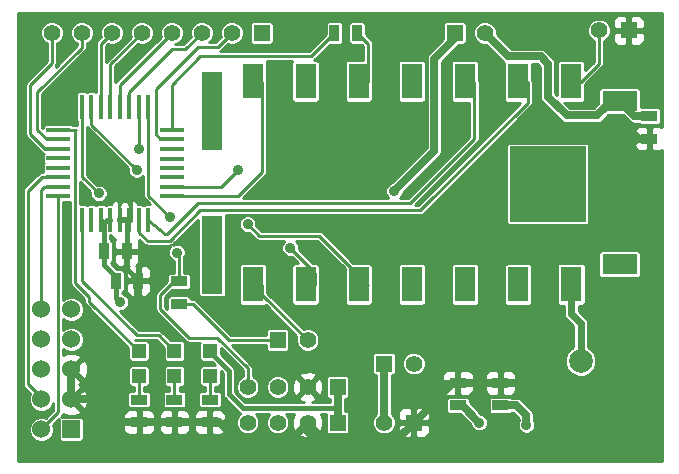
<source format=gtl>
G04 (created by PCBNEW (2013-may-18)-stable) date Tue Feb  3 23:34:43 2015*
%MOIN*%
G04 Gerber Fmt 3.4, Leading zero omitted, Abs format*
%FSLAX34Y34*%
G01*
G70*
G90*
G04 APERTURE LIST*
%ADD10C,0.00590551*%
%ADD11C,0.0787*%
%ADD12R,0.0177X0.0787*%
%ADD13R,0.0787X0.0177*%
%ADD14R,0.055X0.035*%
%ADD15R,0.035X0.055*%
%ADD16R,0.055X0.055*%
%ADD17C,0.055*%
%ADD18R,0.06X0.06*%
%ADD19C,0.06*%
%ADD20R,0.0472X0.0472*%
%ADD21R,0.0708661X0.259843*%
%ADD22R,0.0708661X0.11811*%
%ADD23R,0.11811X0.0708661*%
%ADD24R,0.251968X0.251968*%
%ADD25C,0.035*%
%ADD26C,0.0275591*%
%ADD27C,0.015748*%
%ADD28C,0.01*%
%ADD29C,0.023622*%
G04 APERTURE END LIST*
G54D10*
G54D11*
X151732Y-93622D03*
X150669Y-92559D03*
X150669Y-94685D03*
X152795Y-94685D03*
X152795Y-92559D03*
G54D12*
X137313Y-88903D03*
X136998Y-88903D03*
X136683Y-88903D03*
X136368Y-88903D03*
X136053Y-88903D03*
X135738Y-88903D03*
X135423Y-88903D03*
X135108Y-88903D03*
X135110Y-85137D03*
X137320Y-85137D03*
X137000Y-85137D03*
X136680Y-85137D03*
X136370Y-85137D03*
X136050Y-85137D03*
X135740Y-85137D03*
X135420Y-85137D03*
G54D13*
X134320Y-88119D03*
X134320Y-87805D03*
X134320Y-87489D03*
X134320Y-87175D03*
X134320Y-86859D03*
X134320Y-86545D03*
X134320Y-86229D03*
X134320Y-85915D03*
X138100Y-88117D03*
X138100Y-87807D03*
X138100Y-87487D03*
X138100Y-87177D03*
X138100Y-86867D03*
X138100Y-86547D03*
X138100Y-86227D03*
X138100Y-85907D03*
G54D14*
X139370Y-95650D03*
X139370Y-94900D03*
X138188Y-95650D03*
X138188Y-94900D03*
X137007Y-95650D03*
X137007Y-94900D03*
X147637Y-95099D03*
X147637Y-94349D03*
X149055Y-95099D03*
X149055Y-94349D03*
G54D15*
X135845Y-89960D03*
X136595Y-89960D03*
X144272Y-82677D03*
X143522Y-82677D03*
X136239Y-90944D03*
X136989Y-90944D03*
G54D14*
X138346Y-90963D03*
X138346Y-91713D03*
G54D16*
X141098Y-82677D03*
G54D17*
X140098Y-82677D03*
X139098Y-82677D03*
X138098Y-82677D03*
X137098Y-82677D03*
X136098Y-82677D03*
X135098Y-82677D03*
X134098Y-82677D03*
G54D16*
X143625Y-94488D03*
G54D17*
X142625Y-94488D03*
X141625Y-94488D03*
X140625Y-94488D03*
G54D16*
X143625Y-95669D03*
G54D17*
X142625Y-95669D03*
X141625Y-95669D03*
X140625Y-95669D03*
G54D16*
X153334Y-82598D03*
G54D17*
X152334Y-82598D03*
G54D16*
X141625Y-92913D03*
G54D17*
X142625Y-92913D03*
G54D16*
X147531Y-82677D03*
G54D17*
X148531Y-82677D03*
G54D16*
X145169Y-93700D03*
G54D17*
X146169Y-93700D03*
G54D16*
X146169Y-95669D03*
G54D17*
X145169Y-95669D03*
G54D18*
X134751Y-95897D03*
G54D19*
X133751Y-95897D03*
X134751Y-94897D03*
X133751Y-94897D03*
X134751Y-93897D03*
X133751Y-93897D03*
X134751Y-92897D03*
X133751Y-92897D03*
X134751Y-91897D03*
X133751Y-91897D03*
G54D20*
X137007Y-93287D03*
X137007Y-94113D03*
X139370Y-93287D03*
X139370Y-94113D03*
X138188Y-93287D03*
X138188Y-94113D03*
G54D21*
X139448Y-90078D03*
G54D22*
X140807Y-91062D03*
X142559Y-91062D03*
X144330Y-91062D03*
X146102Y-91062D03*
X147874Y-91062D03*
X149645Y-91062D03*
X151417Y-91062D03*
G54D23*
X153031Y-90393D03*
X153031Y-86771D03*
X153031Y-88582D03*
X153031Y-84960D03*
G54D22*
X151417Y-84291D03*
X149645Y-84291D03*
X147874Y-84291D03*
X146102Y-84291D03*
X144330Y-84291D03*
X142559Y-84291D03*
X140807Y-84291D03*
G54D21*
X139448Y-85275D03*
G54D24*
X150629Y-87716D03*
G54D14*
X154015Y-85451D03*
X154015Y-86201D03*
G54D25*
X145511Y-87952D03*
X148346Y-95669D03*
X136377Y-91653D03*
X138267Y-90000D03*
X138031Y-88818D03*
X142047Y-89842D03*
X137007Y-86535D03*
X135669Y-88031D03*
X140629Y-89055D03*
X136929Y-87244D03*
X140314Y-87244D03*
X147559Y-85590D03*
X148740Y-84330D03*
X142283Y-82519D03*
X141889Y-87322D03*
X141653Y-84488D03*
X143700Y-89291D03*
X146771Y-89448D03*
X140629Y-89921D03*
X133385Y-86929D03*
X135905Y-87086D03*
X154015Y-84015D03*
X152204Y-86062D03*
X154173Y-87716D03*
X150314Y-82677D03*
X145826Y-82755D03*
X148582Y-87795D03*
X148425Y-89055D03*
X153937Y-95748D03*
X151889Y-95905D03*
X146614Y-92440D03*
X143543Y-92362D03*
X133228Y-83385D03*
X134645Y-85039D03*
X144960Y-86299D03*
X143543Y-86299D03*
X153385Y-85905D03*
X148425Y-93562D03*
X137637Y-95669D03*
X137007Y-92047D03*
X149921Y-95748D03*
G54D26*
X147531Y-82677D02*
X147531Y-82862D01*
X146850Y-86614D02*
X145511Y-87952D01*
X146850Y-83543D02*
X146850Y-86614D01*
X147531Y-82862D02*
X146850Y-83543D01*
X147776Y-95099D02*
X147637Y-95099D01*
X148346Y-95669D02*
X147776Y-95099D01*
G54D27*
X139370Y-93287D02*
X139370Y-93307D01*
X140472Y-95196D02*
X143625Y-95196D01*
X140000Y-94724D02*
X140472Y-95196D01*
X140000Y-93937D02*
X140000Y-94724D01*
X139370Y-93307D02*
X140000Y-93937D01*
X136053Y-88903D02*
X135952Y-88903D01*
X135952Y-88903D02*
X135845Y-89010D01*
X135845Y-89960D02*
X135845Y-89010D01*
X135845Y-89010D02*
X135738Y-88903D01*
X136239Y-90944D02*
X136239Y-90806D01*
X135845Y-90412D02*
X135845Y-89960D01*
X136239Y-90806D02*
X135845Y-90412D01*
X136239Y-91514D02*
X136239Y-90944D01*
X136377Y-91653D02*
X136239Y-91514D01*
G54D26*
X143625Y-94488D02*
X143625Y-95196D01*
X143625Y-95196D02*
X143625Y-95669D01*
G54D28*
X138100Y-85907D02*
X138100Y-84419D01*
X142735Y-83464D02*
X143522Y-82677D01*
X139055Y-83464D02*
X142735Y-83464D01*
X138100Y-84419D02*
X139055Y-83464D01*
X137320Y-85137D02*
X137320Y-88107D01*
X138346Y-90078D02*
X138346Y-90963D01*
X138267Y-90000D02*
X138346Y-90078D01*
X137320Y-88107D02*
X138031Y-88818D01*
X138346Y-90963D02*
X138170Y-90963D01*
X140625Y-93854D02*
X140625Y-94488D01*
X139606Y-92834D02*
X140625Y-93854D01*
X138661Y-92834D02*
X139606Y-92834D01*
X137716Y-91889D02*
X138661Y-92834D01*
X137716Y-91417D02*
X137716Y-91889D01*
X138170Y-90963D02*
X137716Y-91417D01*
X137000Y-85137D02*
X137000Y-86528D01*
X142874Y-90669D02*
X142874Y-91082D01*
X142047Y-89842D02*
X142874Y-90669D01*
X137000Y-86528D02*
X137007Y-86535D01*
X135110Y-87472D02*
X135110Y-85137D01*
X135669Y-88031D02*
X135110Y-87472D01*
X135420Y-85137D02*
X135420Y-85735D01*
X143011Y-89448D02*
X144645Y-91082D01*
X141023Y-89448D02*
X143011Y-89448D01*
X140629Y-89055D02*
X141023Y-89448D01*
X135420Y-85735D02*
X136929Y-87244D01*
X149960Y-84311D02*
X149960Y-85000D01*
X136998Y-89360D02*
X136998Y-88903D01*
X137322Y-89606D02*
X136998Y-89360D01*
X138031Y-89606D02*
X137322Y-89606D01*
X139055Y-88582D02*
X138031Y-89606D01*
X146377Y-88582D02*
X139055Y-88582D01*
X149960Y-85000D02*
X146377Y-88582D01*
X148188Y-84311D02*
X148188Y-86209D01*
X137874Y-89370D02*
X137313Y-88903D01*
X137952Y-89370D02*
X137874Y-89370D01*
X138976Y-88346D02*
X137952Y-89370D01*
X146062Y-88346D02*
X138976Y-88346D01*
X146051Y-88357D02*
X146062Y-88346D01*
X146051Y-88346D02*
X146051Y-88357D01*
X148188Y-86209D02*
X146051Y-88346D01*
X136050Y-85137D02*
X136050Y-83725D01*
X136050Y-83725D02*
X137098Y-82677D01*
X135740Y-85137D02*
X135740Y-83035D01*
X135740Y-83035D02*
X136098Y-82677D01*
X135098Y-82677D02*
X135098Y-83169D01*
X133946Y-86229D02*
X134320Y-86229D01*
X133622Y-85905D02*
X133946Y-86229D01*
X133622Y-84645D02*
X133622Y-85905D01*
X135098Y-83169D02*
X133622Y-84645D01*
X134098Y-82677D02*
X134098Y-83696D01*
X133868Y-86545D02*
X134320Y-86545D01*
X133385Y-86062D02*
X133868Y-86545D01*
X133385Y-84409D02*
X133385Y-86062D01*
X134098Y-83696D02*
X133385Y-84409D01*
X138100Y-87807D02*
X139751Y-87807D01*
X139751Y-87807D02*
X140314Y-87244D01*
X138100Y-86227D02*
X137723Y-86227D01*
X139625Y-83149D02*
X140098Y-82677D01*
X138976Y-83149D02*
X139625Y-83149D01*
X137559Y-84566D02*
X138976Y-83149D01*
X137559Y-86062D02*
X137559Y-84566D01*
X137723Y-86227D02*
X137559Y-86062D01*
X136680Y-85137D02*
X136680Y-84658D01*
X138547Y-83228D02*
X139098Y-82677D01*
X138110Y-83228D02*
X138547Y-83228D01*
X136680Y-84658D02*
X138110Y-83228D01*
X136370Y-85137D02*
X136370Y-84405D01*
X136370Y-84405D02*
X138098Y-82677D01*
X138100Y-88117D02*
X140307Y-88117D01*
X141122Y-87303D02*
X141122Y-84311D01*
X140307Y-88117D02*
X141122Y-87303D01*
X133751Y-94897D02*
X133751Y-94830D01*
X133769Y-87489D02*
X134320Y-87489D01*
X133307Y-87952D02*
X133769Y-87489D01*
X133307Y-94385D02*
X133307Y-87952D01*
X133751Y-94830D02*
X133307Y-94385D01*
X134320Y-88119D02*
X134320Y-95329D01*
X134320Y-95329D02*
X133751Y-95897D01*
X133751Y-91897D02*
X133751Y-87901D01*
X133847Y-87805D02*
X134320Y-87805D01*
X133751Y-87901D02*
X133847Y-87805D01*
G54D26*
X152795Y-92559D02*
X152795Y-91850D01*
X152125Y-89921D02*
X151968Y-89763D01*
X152125Y-91181D02*
X152125Y-89921D01*
X152795Y-91850D02*
X152125Y-91181D01*
X148425Y-93562D02*
X148425Y-92125D01*
X149212Y-89842D02*
X150669Y-89842D01*
X148740Y-90314D02*
X149212Y-89842D01*
X148740Y-91811D02*
X148740Y-90314D01*
X148425Y-92125D02*
X148740Y-91811D01*
X153031Y-88582D02*
X153031Y-88700D01*
X152440Y-89291D02*
X151968Y-89763D01*
X153031Y-88700D02*
X152440Y-89291D01*
X153031Y-86771D02*
X153031Y-88582D01*
X153700Y-86201D02*
X153601Y-86201D01*
X153601Y-86201D02*
X153031Y-86771D01*
X153682Y-86201D02*
X153700Y-86201D01*
X153700Y-86201D02*
X154015Y-86201D01*
X153385Y-85905D02*
X153682Y-86201D01*
X148425Y-93562D02*
X148425Y-94349D01*
X148425Y-94349D02*
X148425Y-94409D01*
X148425Y-94409D02*
X148425Y-94349D01*
X136989Y-90944D02*
X136989Y-92028D01*
X136989Y-92028D02*
X137007Y-92047D01*
X137637Y-95669D02*
X137637Y-95650D01*
X137637Y-95650D02*
X137637Y-95669D01*
X137637Y-95669D02*
X137637Y-95650D01*
X134751Y-93897D02*
X134751Y-94897D01*
X147637Y-94349D02*
X147489Y-94349D01*
X147489Y-94349D02*
X146169Y-95669D01*
X149055Y-94349D02*
X150333Y-94349D01*
X150333Y-94349D02*
X150669Y-94685D01*
X149055Y-94349D02*
X148425Y-94349D01*
X148425Y-94349D02*
X147637Y-94349D01*
G54D27*
X139370Y-95650D02*
X139666Y-95650D01*
G54D26*
X141759Y-96535D02*
X142625Y-95669D01*
X140551Y-96535D02*
X141759Y-96535D01*
X139666Y-95650D02*
X140551Y-96535D01*
X138188Y-95650D02*
X139370Y-95650D01*
X137007Y-95650D02*
X137637Y-95650D01*
X137637Y-95650D02*
X138188Y-95650D01*
X134751Y-94897D02*
X135370Y-94897D01*
X136123Y-95650D02*
X137007Y-95650D01*
X135370Y-94897D02*
X136123Y-95650D01*
G54D27*
X136595Y-89960D02*
X136595Y-90551D01*
X136595Y-90551D02*
X136989Y-90944D01*
X136683Y-88903D02*
X136368Y-88903D01*
X136595Y-89960D02*
X136595Y-88991D01*
X136595Y-88991D02*
X136683Y-88903D01*
G54D26*
X150669Y-92559D02*
X150669Y-89842D01*
X150669Y-89842D02*
X150669Y-89763D01*
X150669Y-89763D02*
X150708Y-89803D01*
X150708Y-89803D02*
X150708Y-89842D01*
X150708Y-89842D02*
X150708Y-89763D01*
X151968Y-89763D02*
X150708Y-89763D01*
X150669Y-92559D02*
X150669Y-94685D01*
X150669Y-94685D02*
X152795Y-94685D01*
X152795Y-94685D02*
X152795Y-92559D01*
X142625Y-95669D02*
X142625Y-95972D01*
X145381Y-96456D02*
X146169Y-95669D01*
X143110Y-96456D02*
X145381Y-96456D01*
X142625Y-95972D02*
X143110Y-96456D01*
X145169Y-93700D02*
X145169Y-95669D01*
G54D28*
X152334Y-82598D02*
X152334Y-83708D01*
X152334Y-83708D02*
X151732Y-84311D01*
G54D26*
X149055Y-95099D02*
X149587Y-95099D01*
X149921Y-95433D02*
X149921Y-95748D01*
X149587Y-95099D02*
X149921Y-95433D01*
G54D28*
X139370Y-94113D02*
X139370Y-94900D01*
X138188Y-94113D02*
X138188Y-94900D01*
G54D29*
X151417Y-91062D02*
X151417Y-92047D01*
X151732Y-92362D02*
X151732Y-93622D01*
X151417Y-92047D02*
X151732Y-92362D01*
G54D26*
X154015Y-85451D02*
X153522Y-85451D01*
X153522Y-85451D02*
X153031Y-84960D01*
X153346Y-84980D02*
X152736Y-84980D01*
X149318Y-83464D02*
X148531Y-82677D01*
X150393Y-83464D02*
X150078Y-83464D01*
X150078Y-83464D02*
X149318Y-83464D01*
X150629Y-83700D02*
X150393Y-83464D01*
X150629Y-84803D02*
X150629Y-83700D01*
X151259Y-85433D02*
X150629Y-84803D01*
X152283Y-85433D02*
X151259Y-85433D01*
X152736Y-84980D02*
X152283Y-85433D01*
G54D28*
X144645Y-84311D02*
X144645Y-83050D01*
X144645Y-83050D02*
X144272Y-82677D01*
X135108Y-88903D02*
X135108Y-90935D01*
X137657Y-92755D02*
X138188Y-93287D01*
X136929Y-92755D02*
X137657Y-92755D01*
X135108Y-90935D02*
X136929Y-92755D01*
X137007Y-94113D02*
X137007Y-94900D01*
X134320Y-85915D02*
X134892Y-85915D01*
X135354Y-91634D02*
X137007Y-93287D01*
X135354Y-91496D02*
X135354Y-91634D01*
X134881Y-91023D02*
X135354Y-91496D01*
X134881Y-85926D02*
X134881Y-91023D01*
X134892Y-85915D02*
X134881Y-85926D01*
X141122Y-91082D02*
X141122Y-91409D01*
X141122Y-91409D02*
X142625Y-92913D01*
X141625Y-92913D02*
X140000Y-92913D01*
X138800Y-91713D02*
X138346Y-91713D01*
X140000Y-92913D02*
X138800Y-91713D01*
G54D10*
G36*
X137365Y-88391D02*
X137201Y-88391D01*
X137157Y-88409D01*
X137155Y-88411D01*
X137154Y-88409D01*
X137110Y-88391D01*
X137063Y-88391D01*
X136993Y-88391D01*
X136984Y-88368D01*
X136913Y-88298D01*
X136821Y-88260D01*
X136790Y-88260D01*
X136727Y-88322D01*
X136727Y-88853D01*
X136741Y-88853D01*
X136741Y-88953D01*
X136727Y-88953D01*
X136727Y-88961D01*
X136707Y-88961D01*
X136707Y-88460D01*
X136669Y-88368D01*
X136639Y-88339D01*
X136639Y-88322D01*
X136576Y-88260D01*
X136545Y-88260D01*
X136525Y-88268D01*
X136506Y-88260D01*
X136475Y-88260D01*
X136412Y-88322D01*
X136412Y-88339D01*
X136382Y-88368D01*
X136344Y-88460D01*
X136344Y-88791D01*
X136407Y-88853D01*
X136412Y-88853D01*
X136639Y-88853D01*
X136644Y-88853D01*
X136706Y-88791D01*
X136707Y-88460D01*
X136707Y-88961D01*
X136652Y-88961D01*
X136644Y-88953D01*
X136639Y-88953D01*
X136412Y-88953D01*
X136407Y-88953D01*
X136399Y-88961D01*
X136324Y-88961D01*
X136324Y-88953D01*
X136310Y-88953D01*
X136310Y-88853D01*
X136324Y-88853D01*
X136324Y-88322D01*
X136261Y-88260D01*
X136230Y-88260D01*
X136138Y-88298D01*
X136067Y-88368D01*
X136058Y-88391D01*
X135941Y-88391D01*
X135897Y-88409D01*
X135895Y-88411D01*
X135894Y-88409D01*
X135850Y-88391D01*
X135803Y-88391D01*
X135626Y-88391D01*
X135582Y-88409D01*
X135580Y-88411D01*
X135579Y-88409D01*
X135535Y-88391D01*
X135488Y-88391D01*
X135311Y-88391D01*
X135267Y-88409D01*
X135265Y-88411D01*
X135264Y-88409D01*
X135220Y-88391D01*
X135173Y-88391D01*
X135050Y-88391D01*
X135050Y-87651D01*
X135375Y-87976D01*
X135375Y-88089D01*
X135419Y-88197D01*
X135502Y-88280D01*
X135610Y-88325D01*
X135727Y-88325D01*
X135835Y-88280D01*
X135918Y-88198D01*
X135963Y-88090D01*
X135963Y-87973D01*
X135918Y-87865D01*
X135835Y-87782D01*
X135728Y-87737D01*
X135614Y-87737D01*
X135279Y-87402D01*
X135279Y-85822D01*
X135301Y-85854D01*
X136635Y-87189D01*
X136635Y-87302D01*
X136679Y-87410D01*
X136762Y-87493D01*
X136870Y-87537D01*
X136987Y-87538D01*
X137095Y-87493D01*
X137151Y-87437D01*
X137151Y-88107D01*
X137164Y-88172D01*
X137201Y-88227D01*
X137365Y-88391D01*
X137365Y-88391D01*
G37*
G54D28*
X137365Y-88391D02*
X137201Y-88391D01*
X137157Y-88409D01*
X137155Y-88411D01*
X137154Y-88409D01*
X137110Y-88391D01*
X137063Y-88391D01*
X136993Y-88391D01*
X136984Y-88368D01*
X136913Y-88298D01*
X136821Y-88260D01*
X136790Y-88260D01*
X136727Y-88322D01*
X136727Y-88853D01*
X136741Y-88853D01*
X136741Y-88953D01*
X136727Y-88953D01*
X136727Y-88961D01*
X136707Y-88961D01*
X136707Y-88460D01*
X136669Y-88368D01*
X136639Y-88339D01*
X136639Y-88322D01*
X136576Y-88260D01*
X136545Y-88260D01*
X136525Y-88268D01*
X136506Y-88260D01*
X136475Y-88260D01*
X136412Y-88322D01*
X136412Y-88339D01*
X136382Y-88368D01*
X136344Y-88460D01*
X136344Y-88791D01*
X136407Y-88853D01*
X136412Y-88853D01*
X136639Y-88853D01*
X136644Y-88853D01*
X136706Y-88791D01*
X136707Y-88460D01*
X136707Y-88961D01*
X136652Y-88961D01*
X136644Y-88953D01*
X136639Y-88953D01*
X136412Y-88953D01*
X136407Y-88953D01*
X136399Y-88961D01*
X136324Y-88961D01*
X136324Y-88953D01*
X136310Y-88953D01*
X136310Y-88853D01*
X136324Y-88853D01*
X136324Y-88322D01*
X136261Y-88260D01*
X136230Y-88260D01*
X136138Y-88298D01*
X136067Y-88368D01*
X136058Y-88391D01*
X135941Y-88391D01*
X135897Y-88409D01*
X135895Y-88411D01*
X135894Y-88409D01*
X135850Y-88391D01*
X135803Y-88391D01*
X135626Y-88391D01*
X135582Y-88409D01*
X135580Y-88411D01*
X135579Y-88409D01*
X135535Y-88391D01*
X135488Y-88391D01*
X135311Y-88391D01*
X135267Y-88409D01*
X135265Y-88411D01*
X135264Y-88409D01*
X135220Y-88391D01*
X135173Y-88391D01*
X135050Y-88391D01*
X135050Y-87651D01*
X135375Y-87976D01*
X135375Y-88089D01*
X135419Y-88197D01*
X135502Y-88280D01*
X135610Y-88325D01*
X135727Y-88325D01*
X135835Y-88280D01*
X135918Y-88198D01*
X135963Y-88090D01*
X135963Y-87973D01*
X135918Y-87865D01*
X135835Y-87782D01*
X135728Y-87737D01*
X135614Y-87737D01*
X135279Y-87402D01*
X135279Y-85822D01*
X135301Y-85854D01*
X136635Y-87189D01*
X136635Y-87302D01*
X136679Y-87410D01*
X136762Y-87493D01*
X136870Y-87537D01*
X136987Y-87538D01*
X137095Y-87493D01*
X137151Y-87437D01*
X137151Y-88107D01*
X137164Y-88172D01*
X137201Y-88227D01*
X137365Y-88391D01*
G54D10*
G36*
X154438Y-96957D02*
X153965Y-96957D01*
X153965Y-86564D01*
X153965Y-86251D01*
X153965Y-86151D01*
X153965Y-85839D01*
X153903Y-85776D01*
X153790Y-85776D01*
X153690Y-85776D01*
X153598Y-85814D01*
X153528Y-85885D01*
X153490Y-85977D01*
X153490Y-86089D01*
X153553Y-86151D01*
X153965Y-86151D01*
X153965Y-86251D01*
X153553Y-86251D01*
X153490Y-86314D01*
X153490Y-86426D01*
X153528Y-86518D01*
X153598Y-86588D01*
X153690Y-86626D01*
X153790Y-86626D01*
X153903Y-86626D01*
X153965Y-86564D01*
X153965Y-96957D01*
X153740Y-96957D01*
X153740Y-90724D01*
X153740Y-90015D01*
X153722Y-89972D01*
X153689Y-89938D01*
X153645Y-89920D01*
X153598Y-89920D01*
X152417Y-89920D01*
X152373Y-89938D01*
X152340Y-89971D01*
X152322Y-90015D01*
X152322Y-90062D01*
X152322Y-90771D01*
X152340Y-90815D01*
X152373Y-90848D01*
X152417Y-90866D01*
X152464Y-90866D01*
X153645Y-90866D01*
X153689Y-90848D01*
X153722Y-90815D01*
X153740Y-90771D01*
X153740Y-90724D01*
X153740Y-96957D01*
X152254Y-96957D01*
X152254Y-93518D01*
X152175Y-93326D01*
X152028Y-93179D01*
X152008Y-93171D01*
X152008Y-88952D01*
X152008Y-86433D01*
X151990Y-86389D01*
X151957Y-86355D01*
X151913Y-86337D01*
X151866Y-86337D01*
X149346Y-86337D01*
X149302Y-86355D01*
X149269Y-86389D01*
X149251Y-86432D01*
X149251Y-86480D01*
X149251Y-88999D01*
X149269Y-89043D01*
X149302Y-89077D01*
X149346Y-89095D01*
X149393Y-89095D01*
X151913Y-89095D01*
X151957Y-89077D01*
X151990Y-89043D01*
X152008Y-89000D01*
X152008Y-88952D01*
X152008Y-93171D01*
X151979Y-93159D01*
X151979Y-92362D01*
X151979Y-92362D01*
X151960Y-92267D01*
X151960Y-92267D01*
X151906Y-92187D01*
X151906Y-92187D01*
X151664Y-91944D01*
X151664Y-91782D01*
X151797Y-91782D01*
X151844Y-91762D01*
X151880Y-91726D01*
X151900Y-91679D01*
X151900Y-91628D01*
X151900Y-90446D01*
X151880Y-90399D01*
X151844Y-90363D01*
X151797Y-90343D01*
X151746Y-90343D01*
X151037Y-90343D01*
X150990Y-90363D01*
X150953Y-90399D01*
X150934Y-90446D01*
X150934Y-90497D01*
X150934Y-91679D01*
X150953Y-91726D01*
X150989Y-91762D01*
X151037Y-91782D01*
X151088Y-91782D01*
X151170Y-91782D01*
X151170Y-92047D01*
X151189Y-92141D01*
X151242Y-92221D01*
X151485Y-92464D01*
X151485Y-93158D01*
X151436Y-93179D01*
X151289Y-93325D01*
X151210Y-93517D01*
X151209Y-93725D01*
X151289Y-93917D01*
X151436Y-94064D01*
X151627Y-94144D01*
X151835Y-94144D01*
X152027Y-94065D01*
X152174Y-93918D01*
X152254Y-93726D01*
X152254Y-93518D01*
X152254Y-96957D01*
X150215Y-96957D01*
X150215Y-95689D01*
X150177Y-95599D01*
X150177Y-95433D01*
X150177Y-95433D01*
X150177Y-95433D01*
X150158Y-95334D01*
X150118Y-95275D01*
X150118Y-91629D01*
X150118Y-90448D01*
X150100Y-90405D01*
X150067Y-90371D01*
X150023Y-90353D01*
X149976Y-90353D01*
X149267Y-90353D01*
X149224Y-90371D01*
X149190Y-90405D01*
X149172Y-90448D01*
X149172Y-90495D01*
X149172Y-91677D01*
X149190Y-91720D01*
X149223Y-91754D01*
X149267Y-91772D01*
X149314Y-91772D01*
X150023Y-91772D01*
X150067Y-91754D01*
X150100Y-91720D01*
X150118Y-91677D01*
X150118Y-91629D01*
X150118Y-95275D01*
X150102Y-95251D01*
X150102Y-95251D01*
X149769Y-94917D01*
X149685Y-94862D01*
X149669Y-94859D01*
X149587Y-94842D01*
X149587Y-94842D01*
X149580Y-94842D01*
X149580Y-94573D01*
X149580Y-94124D01*
X149542Y-94032D01*
X149471Y-93962D01*
X149380Y-93924D01*
X149280Y-93924D01*
X149167Y-93924D01*
X149105Y-93986D01*
X149105Y-94299D01*
X149517Y-94299D01*
X149580Y-94236D01*
X149580Y-94124D01*
X149580Y-94573D01*
X149580Y-94461D01*
X149517Y-94399D01*
X149105Y-94399D01*
X149105Y-94711D01*
X149167Y-94774D01*
X149280Y-94774D01*
X149380Y-94774D01*
X149471Y-94736D01*
X149542Y-94665D01*
X149580Y-94573D01*
X149580Y-94842D01*
X149416Y-94842D01*
X149397Y-94823D01*
X149353Y-94805D01*
X149306Y-94805D01*
X149005Y-94805D01*
X149005Y-94711D01*
X149005Y-94399D01*
X149005Y-94299D01*
X149005Y-93986D01*
X148942Y-93924D01*
X148829Y-93924D01*
X148730Y-93924D01*
X148638Y-93962D01*
X148568Y-94032D01*
X148530Y-94124D01*
X148530Y-94236D01*
X148592Y-94299D01*
X149005Y-94299D01*
X149005Y-94399D01*
X148592Y-94399D01*
X148530Y-94461D01*
X148530Y-94573D01*
X148568Y-94665D01*
X148638Y-94736D01*
X148730Y-94774D01*
X148829Y-94774D01*
X148942Y-94774D01*
X149005Y-94711D01*
X149005Y-94805D01*
X148756Y-94805D01*
X148712Y-94823D01*
X148679Y-94856D01*
X148661Y-94900D01*
X148661Y-94947D01*
X148661Y-95297D01*
X148679Y-95341D01*
X148712Y-95375D01*
X148756Y-95393D01*
X148803Y-95393D01*
X149353Y-95393D01*
X149397Y-95375D01*
X149416Y-95356D01*
X149481Y-95356D01*
X149664Y-95539D01*
X149664Y-95599D01*
X149627Y-95689D01*
X149627Y-95806D01*
X149671Y-95914D01*
X149754Y-95997D01*
X149862Y-96041D01*
X149979Y-96041D01*
X150087Y-95997D01*
X150170Y-95914D01*
X150215Y-95806D01*
X150215Y-95689D01*
X150215Y-96957D01*
X148640Y-96957D01*
X148640Y-95611D01*
X148595Y-95503D01*
X148513Y-95420D01*
X148423Y-95382D01*
X148347Y-95307D01*
X148347Y-91629D01*
X148347Y-90448D01*
X148329Y-90405D01*
X148295Y-90371D01*
X148252Y-90353D01*
X148204Y-90353D01*
X147496Y-90353D01*
X147452Y-90371D01*
X147418Y-90405D01*
X147400Y-90448D01*
X147400Y-90495D01*
X147400Y-91677D01*
X147418Y-91720D01*
X147452Y-91754D01*
X147495Y-91772D01*
X147543Y-91772D01*
X148251Y-91772D01*
X148295Y-91754D01*
X148329Y-91720D01*
X148347Y-91677D01*
X148347Y-91629D01*
X148347Y-95307D01*
X148162Y-95122D01*
X148162Y-94573D01*
X148162Y-94124D01*
X148124Y-94032D01*
X148054Y-93962D01*
X147962Y-93924D01*
X147863Y-93924D01*
X147750Y-93924D01*
X147687Y-93986D01*
X147687Y-94299D01*
X148100Y-94299D01*
X148162Y-94236D01*
X148162Y-94124D01*
X148162Y-94573D01*
X148162Y-94461D01*
X148100Y-94399D01*
X147687Y-94399D01*
X147687Y-94711D01*
X147750Y-94774D01*
X147863Y-94774D01*
X147962Y-94774D01*
X148054Y-94736D01*
X148124Y-94665D01*
X148162Y-94573D01*
X148162Y-95122D01*
X148031Y-94991D01*
X148031Y-94900D01*
X148013Y-94857D01*
X147980Y-94823D01*
X147936Y-94805D01*
X147889Y-94805D01*
X147587Y-94805D01*
X147587Y-94711D01*
X147587Y-94399D01*
X147587Y-94299D01*
X147587Y-93986D01*
X147525Y-93924D01*
X147412Y-93924D01*
X147312Y-93924D01*
X147220Y-93962D01*
X147150Y-94032D01*
X147112Y-94124D01*
X147112Y-94236D01*
X147175Y-94299D01*
X147587Y-94299D01*
X147587Y-94399D01*
X147175Y-94399D01*
X147112Y-94461D01*
X147112Y-94573D01*
X147150Y-94665D01*
X147220Y-94736D01*
X147312Y-94774D01*
X147412Y-94774D01*
X147525Y-94774D01*
X147587Y-94711D01*
X147587Y-94805D01*
X147339Y-94805D01*
X147295Y-94823D01*
X147262Y-94856D01*
X147243Y-94900D01*
X147243Y-94947D01*
X147243Y-95297D01*
X147261Y-95341D01*
X147295Y-95375D01*
X147339Y-95393D01*
X147386Y-95393D01*
X147707Y-95393D01*
X148060Y-95746D01*
X148097Y-95835D01*
X148179Y-95918D01*
X148287Y-95963D01*
X148404Y-95963D01*
X148512Y-95918D01*
X148595Y-95835D01*
X148640Y-95728D01*
X148640Y-95611D01*
X148640Y-96957D01*
X146694Y-96957D01*
X146694Y-95894D01*
X146694Y-95443D01*
X146694Y-95344D01*
X146656Y-95252D01*
X146585Y-95182D01*
X146575Y-95178D01*
X146575Y-91629D01*
X146575Y-90448D01*
X146557Y-90405D01*
X146524Y-90371D01*
X146480Y-90353D01*
X146433Y-90353D01*
X145724Y-90353D01*
X145680Y-90371D01*
X145647Y-90405D01*
X145629Y-90448D01*
X145629Y-90495D01*
X145629Y-91677D01*
X145647Y-91720D01*
X145680Y-91754D01*
X145724Y-91772D01*
X145771Y-91772D01*
X146480Y-91772D01*
X146523Y-91754D01*
X146557Y-91720D01*
X146575Y-91677D01*
X146575Y-91629D01*
X146575Y-95178D01*
X146563Y-95172D01*
X146563Y-93622D01*
X146503Y-93477D01*
X146392Y-93367D01*
X146247Y-93306D01*
X146091Y-93306D01*
X145946Y-93366D01*
X145835Y-93477D01*
X145775Y-93622D01*
X145775Y-93778D01*
X145835Y-93923D01*
X145945Y-94034D01*
X146090Y-94094D01*
X146247Y-94094D01*
X146392Y-94034D01*
X146503Y-93924D01*
X146563Y-93779D01*
X146563Y-93622D01*
X146563Y-95172D01*
X146493Y-95144D01*
X146281Y-95144D01*
X146219Y-95206D01*
X146219Y-95619D01*
X146631Y-95619D01*
X146694Y-95556D01*
X146694Y-95443D01*
X146694Y-95894D01*
X146694Y-95781D01*
X146631Y-95719D01*
X146219Y-95719D01*
X146219Y-96131D01*
X146281Y-96194D01*
X146493Y-96194D01*
X146585Y-96156D01*
X146656Y-96086D01*
X146694Y-95994D01*
X146694Y-95894D01*
X146694Y-96957D01*
X146119Y-96957D01*
X146119Y-96131D01*
X146119Y-95719D01*
X146119Y-95619D01*
X146119Y-95206D01*
X146056Y-95144D01*
X145844Y-95144D01*
X145752Y-95182D01*
X145682Y-95252D01*
X145644Y-95344D01*
X145644Y-95443D01*
X145644Y-95556D01*
X145706Y-95619D01*
X146119Y-95619D01*
X146119Y-95719D01*
X145706Y-95719D01*
X145644Y-95781D01*
X145644Y-95894D01*
X145644Y-95994D01*
X145682Y-96086D01*
X145752Y-96156D01*
X145844Y-96194D01*
X146056Y-96194D01*
X146119Y-96131D01*
X146119Y-96957D01*
X145563Y-96957D01*
X145563Y-95591D01*
X145503Y-95446D01*
X145425Y-95368D01*
X145425Y-94094D01*
X145467Y-94094D01*
X145511Y-94076D01*
X145545Y-94043D01*
X145563Y-93999D01*
X145563Y-93952D01*
X145563Y-93402D01*
X145545Y-93358D01*
X145511Y-93325D01*
X145468Y-93306D01*
X145420Y-93306D01*
X144870Y-93306D01*
X144827Y-93324D01*
X144814Y-93337D01*
X144814Y-91082D01*
X144803Y-91029D01*
X144803Y-90448D01*
X144785Y-90405D01*
X144752Y-90371D01*
X144708Y-90353D01*
X144661Y-90353D01*
X144155Y-90353D01*
X143131Y-89329D01*
X143076Y-89292D01*
X143011Y-89279D01*
X141093Y-89279D01*
X140923Y-89110D01*
X140923Y-88996D01*
X140879Y-88888D01*
X140796Y-88806D01*
X140688Y-88761D01*
X140571Y-88761D01*
X140463Y-88805D01*
X140380Y-88888D01*
X140336Y-88996D01*
X140335Y-89113D01*
X140380Y-89221D01*
X140463Y-89304D01*
X140571Y-89348D01*
X140685Y-89349D01*
X140904Y-89568D01*
X140904Y-89568D01*
X140937Y-89590D01*
X140958Y-89604D01*
X140958Y-89604D01*
X141023Y-89617D01*
X141856Y-89617D01*
X141798Y-89675D01*
X141753Y-89783D01*
X141753Y-89900D01*
X141797Y-90008D01*
X141880Y-90091D01*
X141988Y-90136D01*
X142102Y-90136D01*
X142319Y-90353D01*
X142181Y-90353D01*
X142137Y-90371D01*
X142103Y-90405D01*
X142085Y-90448D01*
X142085Y-90495D01*
X142085Y-91677D01*
X142103Y-91720D01*
X142137Y-91754D01*
X142180Y-91772D01*
X142228Y-91772D01*
X142936Y-91772D01*
X142980Y-91754D01*
X143014Y-91720D01*
X143032Y-91677D01*
X143032Y-91629D01*
X143032Y-91136D01*
X143042Y-91082D01*
X143042Y-90669D01*
X143032Y-90615D01*
X143032Y-90448D01*
X143014Y-90405D01*
X142980Y-90371D01*
X142937Y-90353D01*
X142889Y-90353D01*
X142797Y-90353D01*
X142341Y-89897D01*
X142341Y-89784D01*
X142296Y-89676D01*
X142238Y-89617D01*
X142941Y-89617D01*
X143857Y-90533D01*
X143857Y-91677D01*
X143875Y-91720D01*
X143908Y-91754D01*
X143952Y-91772D01*
X143999Y-91772D01*
X144708Y-91772D01*
X144752Y-91754D01*
X144785Y-91720D01*
X144803Y-91677D01*
X144803Y-91629D01*
X144803Y-91136D01*
X144814Y-91082D01*
X144814Y-93337D01*
X144793Y-93358D01*
X144775Y-93402D01*
X144775Y-93449D01*
X144775Y-93999D01*
X144793Y-94043D01*
X144826Y-94076D01*
X144870Y-94094D01*
X144912Y-94094D01*
X144912Y-95368D01*
X144835Y-95445D01*
X144775Y-95590D01*
X144775Y-95747D01*
X144835Y-95892D01*
X144945Y-96003D01*
X145090Y-96063D01*
X145247Y-96063D01*
X145392Y-96003D01*
X145503Y-95892D01*
X145563Y-95747D01*
X145563Y-95591D01*
X145563Y-96957D01*
X142923Y-96957D01*
X142923Y-96037D01*
X142625Y-95740D01*
X142328Y-96037D01*
X142353Y-96129D01*
X142550Y-96199D01*
X142758Y-96187D01*
X142898Y-96129D01*
X142923Y-96037D01*
X142923Y-96957D01*
X139895Y-96957D01*
X139895Y-95875D01*
X139895Y-95426D01*
X139857Y-95334D01*
X139786Y-95263D01*
X139695Y-95225D01*
X139595Y-95225D01*
X139482Y-95225D01*
X139420Y-95288D01*
X139420Y-95600D01*
X139832Y-95600D01*
X139895Y-95538D01*
X139895Y-95426D01*
X139895Y-95875D01*
X139895Y-95763D01*
X139832Y-95700D01*
X139420Y-95700D01*
X139420Y-96013D01*
X139482Y-96075D01*
X139595Y-96075D01*
X139695Y-96075D01*
X139786Y-96037D01*
X139857Y-95967D01*
X139895Y-95875D01*
X139895Y-96957D01*
X139320Y-96957D01*
X139320Y-96013D01*
X139320Y-95700D01*
X139320Y-95600D01*
X139320Y-95288D01*
X139257Y-95225D01*
X139144Y-95225D01*
X139045Y-95225D01*
X138953Y-95263D01*
X138883Y-95334D01*
X138845Y-95426D01*
X138845Y-95538D01*
X138907Y-95600D01*
X139320Y-95600D01*
X139320Y-95700D01*
X138907Y-95700D01*
X138845Y-95763D01*
X138845Y-95875D01*
X138883Y-95967D01*
X138953Y-96037D01*
X139045Y-96075D01*
X139144Y-96075D01*
X139257Y-96075D01*
X139320Y-96013D01*
X139320Y-96957D01*
X138714Y-96957D01*
X138714Y-95875D01*
X138714Y-95426D01*
X138676Y-95334D01*
X138605Y-95263D01*
X138582Y-95254D01*
X138582Y-95052D01*
X138582Y-94702D01*
X138564Y-94658D01*
X138531Y-94624D01*
X138487Y-94606D01*
X138440Y-94606D01*
X138357Y-94606D01*
X138357Y-94468D01*
X138448Y-94468D01*
X138492Y-94450D01*
X138525Y-94417D01*
X138543Y-94373D01*
X138543Y-94326D01*
X138543Y-93854D01*
X138525Y-93810D01*
X138492Y-93777D01*
X138448Y-93758D01*
X138401Y-93758D01*
X137929Y-93758D01*
X137885Y-93776D01*
X137852Y-93810D01*
X137834Y-93854D01*
X137834Y-93901D01*
X137834Y-94373D01*
X137852Y-94417D01*
X137885Y-94450D01*
X137929Y-94468D01*
X137976Y-94468D01*
X138020Y-94468D01*
X138020Y-94606D01*
X137890Y-94606D01*
X137846Y-94624D01*
X137813Y-94658D01*
X137795Y-94701D01*
X137795Y-94749D01*
X137795Y-95099D01*
X137813Y-95142D01*
X137846Y-95176D01*
X137890Y-95194D01*
X137937Y-95194D01*
X138487Y-95194D01*
X138531Y-95176D01*
X138564Y-95143D01*
X138582Y-95099D01*
X138582Y-95052D01*
X138582Y-95254D01*
X138513Y-95225D01*
X138414Y-95225D01*
X138301Y-95225D01*
X138238Y-95288D01*
X138238Y-95600D01*
X138651Y-95600D01*
X138713Y-95538D01*
X138714Y-95426D01*
X138714Y-95875D01*
X138713Y-95763D01*
X138651Y-95700D01*
X138238Y-95700D01*
X138238Y-96013D01*
X138301Y-96075D01*
X138414Y-96075D01*
X138513Y-96075D01*
X138605Y-96037D01*
X138676Y-95967D01*
X138714Y-95875D01*
X138714Y-96957D01*
X138138Y-96957D01*
X138138Y-96013D01*
X138138Y-95700D01*
X138138Y-95600D01*
X138138Y-95288D01*
X138076Y-95225D01*
X137963Y-95225D01*
X137864Y-95225D01*
X137772Y-95263D01*
X137701Y-95334D01*
X137663Y-95426D01*
X137663Y-95538D01*
X137726Y-95600D01*
X138138Y-95600D01*
X138138Y-95700D01*
X137726Y-95700D01*
X137663Y-95763D01*
X137663Y-95875D01*
X137701Y-95967D01*
X137772Y-96037D01*
X137864Y-96075D01*
X137963Y-96075D01*
X138076Y-96075D01*
X138138Y-96013D01*
X138138Y-96957D01*
X137532Y-96957D01*
X137532Y-95875D01*
X137532Y-95426D01*
X137494Y-95334D01*
X137424Y-95263D01*
X137401Y-95254D01*
X137401Y-95052D01*
X137401Y-94702D01*
X137383Y-94658D01*
X137350Y-94624D01*
X137306Y-94606D01*
X137259Y-94606D01*
X137176Y-94606D01*
X137176Y-94468D01*
X137267Y-94468D01*
X137311Y-94450D01*
X137344Y-94417D01*
X137362Y-94373D01*
X137362Y-94326D01*
X137362Y-93854D01*
X137344Y-93810D01*
X137311Y-93777D01*
X137267Y-93758D01*
X137220Y-93758D01*
X136748Y-93758D01*
X136704Y-93776D01*
X136671Y-93810D01*
X136652Y-93854D01*
X136652Y-93901D01*
X136652Y-94373D01*
X136671Y-94417D01*
X136704Y-94450D01*
X136748Y-94468D01*
X136795Y-94468D01*
X136838Y-94468D01*
X136838Y-94606D01*
X136709Y-94606D01*
X136665Y-94624D01*
X136632Y-94658D01*
X136613Y-94701D01*
X136613Y-94749D01*
X136613Y-95099D01*
X136632Y-95142D01*
X136665Y-95176D01*
X136709Y-95194D01*
X136756Y-95194D01*
X137306Y-95194D01*
X137350Y-95176D01*
X137383Y-95143D01*
X137401Y-95099D01*
X137401Y-95052D01*
X137401Y-95254D01*
X137332Y-95225D01*
X137233Y-95225D01*
X137120Y-95225D01*
X137057Y-95288D01*
X137057Y-95600D01*
X137470Y-95600D01*
X137532Y-95538D01*
X137532Y-95426D01*
X137532Y-95875D01*
X137532Y-95763D01*
X137470Y-95700D01*
X137057Y-95700D01*
X137057Y-96013D01*
X137120Y-96075D01*
X137233Y-96075D01*
X137332Y-96075D01*
X137424Y-96037D01*
X137494Y-95967D01*
X137532Y-95875D01*
X137532Y-96957D01*
X136957Y-96957D01*
X136957Y-96013D01*
X136957Y-95700D01*
X136957Y-95600D01*
X136957Y-95288D01*
X136895Y-95225D01*
X136782Y-95225D01*
X136682Y-95225D01*
X136591Y-95263D01*
X136520Y-95334D01*
X136482Y-95426D01*
X136482Y-95538D01*
X136545Y-95600D01*
X136957Y-95600D01*
X136957Y-95700D01*
X136545Y-95700D01*
X136482Y-95763D01*
X136482Y-95875D01*
X136520Y-95967D01*
X136591Y-96037D01*
X136682Y-96075D01*
X136782Y-96075D01*
X136895Y-96075D01*
X136957Y-96013D01*
X136957Y-96957D01*
X135306Y-96957D01*
X135306Y-94979D01*
X135306Y-93979D01*
X135295Y-93760D01*
X135233Y-93609D01*
X135137Y-93582D01*
X134822Y-93897D01*
X135137Y-94212D01*
X135233Y-94185D01*
X135306Y-93979D01*
X135306Y-94979D01*
X135295Y-94760D01*
X135233Y-94609D01*
X135137Y-94582D01*
X134822Y-94897D01*
X135137Y-95212D01*
X135233Y-95185D01*
X135306Y-94979D01*
X135306Y-96957D01*
X132963Y-96957D01*
X132963Y-82018D01*
X154438Y-82018D01*
X154438Y-85820D01*
X154432Y-85814D01*
X154409Y-85805D01*
X154409Y-85603D01*
X154409Y-85253D01*
X154391Y-85209D01*
X154358Y-85176D01*
X154314Y-85157D01*
X154267Y-85157D01*
X153859Y-85157D01*
X153859Y-82823D01*
X153859Y-82372D01*
X153859Y-82273D01*
X153821Y-82181D01*
X153751Y-82111D01*
X153659Y-82073D01*
X153447Y-82073D01*
X153384Y-82135D01*
X153384Y-82548D01*
X153797Y-82548D01*
X153859Y-82485D01*
X153859Y-82372D01*
X153859Y-82823D01*
X153859Y-82710D01*
X153797Y-82648D01*
X153384Y-82648D01*
X153384Y-83060D01*
X153447Y-83123D01*
X153659Y-83123D01*
X153751Y-83085D01*
X153821Y-83015D01*
X153859Y-82923D01*
X153859Y-82823D01*
X153859Y-85157D01*
X153740Y-85157D01*
X153740Y-84582D01*
X153722Y-84539D01*
X153689Y-84505D01*
X153645Y-84487D01*
X153598Y-84487D01*
X153284Y-84487D01*
X153284Y-83060D01*
X153284Y-82648D01*
X153284Y-82548D01*
X153284Y-82135D01*
X153222Y-82073D01*
X153010Y-82073D01*
X152918Y-82111D01*
X152847Y-82181D01*
X152809Y-82273D01*
X152809Y-82372D01*
X152809Y-82485D01*
X152872Y-82548D01*
X153284Y-82548D01*
X153284Y-82648D01*
X152872Y-82648D01*
X152809Y-82710D01*
X152809Y-82823D01*
X152809Y-82923D01*
X152847Y-83015D01*
X152918Y-83085D01*
X153010Y-83123D01*
X153222Y-83123D01*
X153284Y-83060D01*
X153284Y-84487D01*
X152417Y-84487D01*
X152373Y-84505D01*
X152340Y-84538D01*
X152322Y-84582D01*
X152322Y-84629D01*
X152322Y-85031D01*
X152177Y-85176D01*
X151366Y-85176D01*
X151190Y-85000D01*
X151795Y-85000D01*
X151838Y-84982D01*
X151872Y-84949D01*
X151890Y-84905D01*
X151890Y-84858D01*
X151890Y-84391D01*
X152454Y-83828D01*
X152454Y-83828D01*
X152454Y-83828D01*
X152490Y-83773D01*
X152490Y-83773D01*
X152500Y-83721D01*
X152503Y-83708D01*
X152503Y-83708D01*
X152503Y-83708D01*
X152503Y-82954D01*
X152557Y-82932D01*
X152668Y-82821D01*
X152728Y-82677D01*
X152728Y-82520D01*
X152668Y-82375D01*
X152558Y-82264D01*
X152413Y-82204D01*
X152256Y-82204D01*
X152111Y-82264D01*
X152000Y-82375D01*
X151940Y-82519D01*
X151940Y-82676D01*
X152000Y-82821D01*
X152111Y-82932D01*
X152165Y-82954D01*
X152165Y-83638D01*
X151890Y-83913D01*
X151890Y-83677D01*
X151872Y-83633D01*
X151839Y-83600D01*
X151795Y-83581D01*
X151748Y-83581D01*
X151039Y-83581D01*
X150995Y-83599D01*
X150962Y-83633D01*
X150944Y-83677D01*
X150944Y-83724D01*
X150944Y-84754D01*
X150886Y-84696D01*
X150886Y-83700D01*
X150867Y-83602D01*
X150867Y-83602D01*
X150811Y-83519D01*
X150575Y-83283D01*
X150491Y-83227D01*
X150475Y-83224D01*
X150393Y-83207D01*
X150393Y-83207D01*
X150078Y-83207D01*
X149425Y-83207D01*
X148925Y-82708D01*
X148925Y-82599D01*
X148865Y-82454D01*
X148754Y-82343D01*
X148610Y-82283D01*
X148453Y-82283D01*
X148308Y-82343D01*
X148197Y-82453D01*
X148137Y-82598D01*
X148137Y-82755D01*
X148197Y-82899D01*
X148308Y-83010D01*
X148452Y-83070D01*
X148562Y-83071D01*
X149137Y-83646D01*
X149174Y-83671D01*
X149172Y-83677D01*
X149172Y-83724D01*
X149172Y-84905D01*
X149190Y-84949D01*
X149223Y-84982D01*
X149267Y-85000D01*
X149314Y-85000D01*
X149720Y-85000D01*
X146307Y-88413D01*
X146223Y-88413D01*
X148308Y-86328D01*
X148345Y-86273D01*
X148357Y-86209D01*
X148357Y-84311D01*
X148347Y-84257D01*
X148347Y-83677D01*
X148329Y-83633D01*
X148295Y-83600D01*
X148252Y-83581D01*
X148204Y-83581D01*
X147496Y-83581D01*
X147452Y-83599D01*
X147418Y-83633D01*
X147400Y-83677D01*
X147400Y-83724D01*
X147400Y-84905D01*
X147418Y-84949D01*
X147452Y-84982D01*
X147495Y-85000D01*
X147543Y-85000D01*
X148020Y-85000D01*
X148020Y-86139D01*
X145981Y-88177D01*
X145702Y-88177D01*
X145760Y-88119D01*
X145798Y-88029D01*
X147031Y-86795D01*
X147087Y-86712D01*
X147087Y-86712D01*
X147107Y-86614D01*
X147107Y-83649D01*
X147685Y-83071D01*
X147830Y-83071D01*
X147873Y-83053D01*
X147907Y-83019D01*
X147925Y-82975D01*
X147925Y-82928D01*
X147925Y-82378D01*
X147907Y-82334D01*
X147873Y-82301D01*
X147830Y-82283D01*
X147782Y-82283D01*
X147232Y-82283D01*
X147189Y-82301D01*
X147155Y-82334D01*
X147137Y-82378D01*
X147137Y-82425D01*
X147137Y-82893D01*
X146668Y-83361D01*
X146613Y-83445D01*
X146609Y-83461D01*
X146593Y-83543D01*
X146593Y-83543D01*
X146593Y-86507D01*
X146575Y-86525D01*
X146575Y-84858D01*
X146575Y-83677D01*
X146557Y-83633D01*
X146524Y-83600D01*
X146480Y-83581D01*
X146433Y-83581D01*
X145724Y-83581D01*
X145680Y-83599D01*
X145647Y-83633D01*
X145629Y-83677D01*
X145629Y-83724D01*
X145629Y-84905D01*
X145647Y-84949D01*
X145680Y-84982D01*
X145724Y-85000D01*
X145771Y-85000D01*
X146480Y-85000D01*
X146523Y-84982D01*
X146557Y-84949D01*
X146575Y-84905D01*
X146575Y-84858D01*
X146575Y-86525D01*
X145435Y-87666D01*
X145345Y-87703D01*
X145262Y-87786D01*
X145217Y-87894D01*
X145217Y-88010D01*
X145262Y-88119D01*
X145320Y-88177D01*
X144814Y-88177D01*
X144814Y-84311D01*
X144814Y-83050D01*
X144801Y-82985D01*
X144765Y-82930D01*
X144566Y-82732D01*
X144566Y-82378D01*
X144548Y-82334D01*
X144515Y-82301D01*
X144471Y-82283D01*
X144424Y-82283D01*
X144074Y-82283D01*
X144030Y-82301D01*
X143996Y-82334D01*
X143978Y-82378D01*
X143978Y-82425D01*
X143978Y-82975D01*
X143996Y-83019D01*
X144030Y-83052D01*
X144073Y-83071D01*
X144121Y-83071D01*
X144427Y-83071D01*
X144476Y-83120D01*
X144476Y-83581D01*
X143952Y-83581D01*
X143909Y-83599D01*
X143875Y-83633D01*
X143857Y-83677D01*
X143857Y-83724D01*
X143857Y-84905D01*
X143875Y-84949D01*
X143908Y-84982D01*
X143952Y-85000D01*
X143999Y-85000D01*
X144708Y-85000D01*
X144752Y-84982D01*
X144785Y-84949D01*
X144803Y-84905D01*
X144803Y-84858D01*
X144803Y-84364D01*
X144814Y-84311D01*
X144814Y-88177D01*
X140486Y-88177D01*
X141241Y-87422D01*
X141241Y-87422D01*
X141241Y-87422D01*
X141278Y-87367D01*
X141290Y-87303D01*
X141290Y-84311D01*
X141280Y-84257D01*
X141280Y-83677D01*
X141262Y-83633D01*
X141262Y-83633D01*
X142103Y-83633D01*
X142085Y-83677D01*
X142085Y-83724D01*
X142085Y-84905D01*
X142103Y-84949D01*
X142137Y-84982D01*
X142180Y-85000D01*
X142228Y-85000D01*
X142936Y-85000D01*
X142980Y-84982D01*
X143014Y-84949D01*
X143032Y-84905D01*
X143032Y-84858D01*
X143032Y-83677D01*
X143014Y-83633D01*
X142980Y-83600D01*
X142937Y-83581D01*
X142889Y-83581D01*
X142856Y-83581D01*
X143367Y-83071D01*
X143371Y-83071D01*
X143721Y-83071D01*
X143764Y-83053D01*
X143798Y-83019D01*
X143816Y-82975D01*
X143816Y-82928D01*
X143816Y-82378D01*
X143798Y-82334D01*
X143765Y-82301D01*
X143721Y-82283D01*
X143674Y-82283D01*
X143324Y-82283D01*
X143280Y-82301D01*
X143246Y-82334D01*
X143228Y-82378D01*
X143228Y-82425D01*
X143228Y-82732D01*
X142665Y-83295D01*
X141492Y-83295D01*
X141492Y-82928D01*
X141492Y-82378D01*
X141474Y-82334D01*
X141440Y-82301D01*
X141397Y-82283D01*
X141349Y-82283D01*
X140799Y-82283D01*
X140756Y-82301D01*
X140722Y-82334D01*
X140704Y-82378D01*
X140704Y-82425D01*
X140704Y-82975D01*
X140722Y-83019D01*
X140755Y-83052D01*
X140799Y-83071D01*
X140846Y-83071D01*
X141396Y-83071D01*
X141440Y-83053D01*
X141474Y-83019D01*
X141492Y-82975D01*
X141492Y-82928D01*
X141492Y-83295D01*
X139705Y-83295D01*
X139745Y-83269D01*
X139965Y-83048D01*
X140019Y-83070D01*
X140176Y-83071D01*
X140321Y-83011D01*
X140432Y-82900D01*
X140492Y-82755D01*
X140492Y-82599D01*
X140432Y-82454D01*
X140321Y-82343D01*
X140177Y-82283D01*
X140020Y-82283D01*
X139875Y-82343D01*
X139764Y-82453D01*
X139704Y-82598D01*
X139704Y-82755D01*
X139727Y-82809D01*
X139556Y-82980D01*
X139351Y-82980D01*
X139432Y-82900D01*
X139492Y-82755D01*
X139492Y-82599D01*
X139432Y-82454D01*
X139321Y-82343D01*
X139177Y-82283D01*
X139020Y-82283D01*
X138875Y-82343D01*
X138764Y-82453D01*
X138704Y-82598D01*
X138704Y-82755D01*
X138727Y-82809D01*
X138477Y-83059D01*
X138204Y-83059D01*
X138321Y-83011D01*
X138432Y-82900D01*
X138492Y-82755D01*
X138492Y-82599D01*
X138432Y-82454D01*
X138321Y-82343D01*
X138177Y-82283D01*
X138020Y-82283D01*
X137875Y-82343D01*
X137764Y-82453D01*
X137704Y-82598D01*
X137704Y-82755D01*
X137727Y-82809D01*
X136251Y-84285D01*
X136219Y-84333D01*
X136219Y-83795D01*
X136965Y-83048D01*
X137019Y-83070D01*
X137176Y-83071D01*
X137321Y-83011D01*
X137432Y-82900D01*
X137492Y-82755D01*
X137492Y-82599D01*
X137432Y-82454D01*
X137321Y-82343D01*
X137177Y-82283D01*
X137020Y-82283D01*
X136875Y-82343D01*
X136764Y-82453D01*
X136704Y-82598D01*
X136704Y-82755D01*
X136727Y-82809D01*
X135931Y-83605D01*
X135909Y-83638D01*
X135909Y-83105D01*
X135965Y-83048D01*
X136019Y-83070D01*
X136176Y-83071D01*
X136321Y-83011D01*
X136432Y-82900D01*
X136492Y-82755D01*
X136492Y-82599D01*
X136432Y-82454D01*
X136321Y-82343D01*
X136177Y-82283D01*
X136020Y-82283D01*
X135875Y-82343D01*
X135764Y-82453D01*
X135704Y-82598D01*
X135704Y-82755D01*
X135727Y-82809D01*
X135621Y-82915D01*
X135584Y-82970D01*
X135571Y-83035D01*
X135571Y-84641D01*
X135532Y-84625D01*
X135485Y-84625D01*
X135308Y-84625D01*
X135265Y-84643D01*
X135222Y-84625D01*
X135175Y-84625D01*
X134998Y-84625D01*
X134954Y-84643D01*
X134921Y-84676D01*
X134903Y-84720D01*
X134903Y-84767D01*
X134903Y-85554D01*
X134921Y-85598D01*
X134941Y-85619D01*
X134941Y-85756D01*
X134892Y-85746D01*
X134801Y-85746D01*
X134781Y-85726D01*
X134737Y-85708D01*
X134690Y-85708D01*
X133903Y-85708D01*
X133859Y-85726D01*
X133826Y-85759D01*
X133808Y-85803D01*
X133808Y-85850D01*
X133808Y-85852D01*
X133790Y-85835D01*
X133790Y-84715D01*
X135217Y-83288D01*
X135217Y-83288D01*
X135217Y-83288D01*
X135254Y-83233D01*
X135254Y-83233D01*
X135264Y-83182D01*
X135267Y-83169D01*
X135267Y-83169D01*
X135267Y-83169D01*
X135267Y-83033D01*
X135321Y-83011D01*
X135432Y-82900D01*
X135492Y-82755D01*
X135492Y-82599D01*
X135432Y-82454D01*
X135321Y-82343D01*
X135177Y-82283D01*
X135020Y-82283D01*
X134875Y-82343D01*
X134764Y-82453D01*
X134704Y-82598D01*
X134704Y-82755D01*
X134764Y-82899D01*
X134875Y-83010D01*
X134929Y-83033D01*
X134929Y-83099D01*
X134228Y-83800D01*
X134254Y-83761D01*
X134267Y-83696D01*
X134267Y-83033D01*
X134321Y-83011D01*
X134432Y-82900D01*
X134492Y-82755D01*
X134492Y-82599D01*
X134432Y-82454D01*
X134321Y-82343D01*
X134177Y-82283D01*
X134020Y-82283D01*
X133875Y-82343D01*
X133764Y-82453D01*
X133704Y-82598D01*
X133704Y-82755D01*
X133764Y-82899D01*
X133875Y-83010D01*
X133929Y-83033D01*
X133929Y-83626D01*
X133266Y-84290D01*
X133229Y-84344D01*
X133216Y-84409D01*
X133216Y-86062D01*
X133229Y-86127D01*
X133266Y-86182D01*
X133749Y-86665D01*
X133804Y-86701D01*
X133825Y-86706D01*
X133808Y-86747D01*
X133808Y-86794D01*
X133808Y-86971D01*
X133826Y-87015D01*
X133828Y-87017D01*
X133826Y-87019D01*
X133808Y-87063D01*
X133808Y-87110D01*
X133808Y-87287D01*
X133821Y-87320D01*
X133769Y-87320D01*
X133705Y-87333D01*
X133650Y-87370D01*
X133187Y-87833D01*
X133151Y-87888D01*
X133138Y-87952D01*
X133138Y-94385D01*
X133151Y-94450D01*
X133187Y-94505D01*
X133381Y-94698D01*
X133333Y-94813D01*
X133332Y-94980D01*
X133396Y-95134D01*
X133514Y-95252D01*
X133668Y-95316D01*
X133834Y-95316D01*
X133988Y-95252D01*
X134106Y-95135D01*
X134151Y-95027D01*
X134151Y-95259D01*
X133903Y-95507D01*
X133835Y-95478D01*
X133669Y-95478D01*
X133514Y-95542D01*
X133397Y-95660D01*
X133333Y-95813D01*
X133332Y-95980D01*
X133396Y-96134D01*
X133514Y-96252D01*
X133668Y-96316D01*
X133834Y-96316D01*
X133988Y-96252D01*
X134106Y-96135D01*
X134170Y-95981D01*
X134170Y-95814D01*
X134142Y-95745D01*
X134346Y-95542D01*
X134333Y-95573D01*
X134333Y-95621D01*
X134333Y-96221D01*
X134351Y-96264D01*
X134384Y-96298D01*
X134428Y-96316D01*
X134475Y-96316D01*
X135075Y-96316D01*
X135119Y-96298D01*
X135152Y-96265D01*
X135170Y-96221D01*
X135170Y-96174D01*
X135170Y-95574D01*
X135152Y-95530D01*
X135119Y-95496D01*
X135075Y-95478D01*
X135028Y-95478D01*
X134428Y-95478D01*
X134396Y-95491D01*
X134439Y-95448D01*
X134476Y-95393D01*
X134478Y-95384D01*
X134670Y-95452D01*
X134888Y-95441D01*
X135039Y-95378D01*
X135067Y-95283D01*
X134751Y-94968D01*
X134746Y-94973D01*
X134675Y-94903D01*
X134681Y-94897D01*
X134675Y-94892D01*
X134746Y-94821D01*
X134751Y-94826D01*
X135067Y-94511D01*
X135039Y-94416D01*
X134991Y-94399D01*
X135039Y-94378D01*
X135067Y-94283D01*
X134751Y-93968D01*
X134746Y-93973D01*
X134675Y-93903D01*
X134681Y-93897D01*
X134675Y-93892D01*
X134746Y-93821D01*
X134751Y-93826D01*
X135067Y-93511D01*
X135039Y-93416D01*
X134833Y-93342D01*
X134615Y-93353D01*
X134489Y-93405D01*
X134489Y-93227D01*
X134514Y-93252D01*
X134668Y-93316D01*
X134834Y-93316D01*
X134988Y-93252D01*
X135106Y-93135D01*
X135170Y-92981D01*
X135170Y-92814D01*
X135107Y-92660D01*
X134989Y-92542D01*
X134835Y-92478D01*
X134669Y-92478D01*
X134514Y-92542D01*
X134489Y-92567D01*
X134489Y-92227D01*
X134514Y-92252D01*
X134668Y-92316D01*
X134834Y-92316D01*
X134988Y-92252D01*
X135106Y-92135D01*
X135170Y-91981D01*
X135170Y-91814D01*
X135107Y-91660D01*
X134989Y-91542D01*
X134835Y-91478D01*
X134669Y-91478D01*
X134514Y-91542D01*
X134489Y-91567D01*
X134489Y-88327D01*
X134712Y-88327D01*
X134712Y-91023D01*
X134725Y-91088D01*
X134762Y-91143D01*
X135185Y-91566D01*
X135185Y-91634D01*
X135198Y-91698D01*
X135234Y-91753D01*
X136652Y-93171D01*
X136652Y-93547D01*
X136671Y-93591D01*
X136704Y-93624D01*
X136748Y-93642D01*
X136795Y-93642D01*
X137267Y-93642D01*
X137311Y-93624D01*
X137344Y-93591D01*
X137362Y-93547D01*
X137362Y-93500D01*
X137362Y-93028D01*
X137344Y-92984D01*
X137311Y-92951D01*
X137267Y-92932D01*
X137220Y-92932D01*
X136891Y-92932D01*
X136872Y-92913D01*
X136929Y-92924D01*
X137587Y-92924D01*
X137834Y-93171D01*
X137834Y-93547D01*
X137852Y-93591D01*
X137885Y-93624D01*
X137929Y-93642D01*
X137976Y-93642D01*
X138448Y-93642D01*
X138492Y-93624D01*
X138525Y-93591D01*
X138543Y-93547D01*
X138543Y-93500D01*
X138543Y-93028D01*
X138525Y-92984D01*
X138492Y-92951D01*
X138448Y-92932D01*
X138401Y-92932D01*
X138072Y-92932D01*
X137776Y-92636D01*
X137721Y-92599D01*
X137657Y-92587D01*
X137414Y-92587D01*
X137414Y-91170D01*
X137414Y-90719D01*
X137414Y-90619D01*
X137375Y-90528D01*
X137305Y-90457D01*
X137213Y-90419D01*
X137101Y-90419D01*
X137039Y-90482D01*
X137039Y-90894D01*
X137351Y-90894D01*
X137414Y-90832D01*
X137414Y-90719D01*
X137414Y-91170D01*
X137414Y-91057D01*
X137351Y-90994D01*
X137039Y-90994D01*
X137039Y-91407D01*
X137101Y-91469D01*
X137213Y-91469D01*
X137305Y-91431D01*
X137375Y-91361D01*
X137414Y-91269D01*
X137414Y-91170D01*
X137414Y-92587D01*
X137020Y-92587D01*
X137020Y-90186D01*
X137020Y-90073D01*
X136957Y-90010D01*
X136645Y-90010D01*
X136645Y-90423D01*
X136677Y-90455D01*
X136672Y-90457D01*
X136602Y-90528D01*
X136564Y-90619D01*
X136564Y-90719D01*
X136564Y-90832D01*
X136626Y-90894D01*
X136939Y-90894D01*
X136939Y-90482D01*
X136906Y-90449D01*
X136911Y-90447D01*
X136982Y-90377D01*
X137020Y-90285D01*
X137020Y-90186D01*
X137020Y-92587D01*
X136999Y-92587D01*
X136939Y-92527D01*
X136939Y-91407D01*
X136939Y-90994D01*
X136626Y-90994D01*
X136564Y-91057D01*
X136564Y-91170D01*
X136564Y-91269D01*
X136602Y-91361D01*
X136672Y-91431D01*
X136764Y-91469D01*
X136876Y-91469D01*
X136939Y-91407D01*
X136939Y-92527D01*
X136359Y-91947D01*
X136436Y-91947D01*
X136544Y-91902D01*
X136626Y-91820D01*
X136671Y-91712D01*
X136671Y-91595D01*
X136627Y-91487D01*
X136545Y-91405D01*
X136545Y-90423D01*
X136545Y-90010D01*
X136232Y-90010D01*
X136170Y-90073D01*
X136170Y-90186D01*
X136170Y-90285D01*
X136208Y-90377D01*
X136279Y-90447D01*
X136370Y-90485D01*
X136482Y-90485D01*
X136545Y-90423D01*
X136545Y-91405D01*
X136544Y-91404D01*
X136436Y-91359D01*
X136436Y-91338D01*
X136437Y-91338D01*
X136481Y-91320D01*
X136514Y-91287D01*
X136533Y-91243D01*
X136533Y-91196D01*
X136533Y-90646D01*
X136515Y-90602D01*
X136481Y-90569D01*
X136437Y-90551D01*
X136390Y-90550D01*
X136263Y-90550D01*
X136060Y-90347D01*
X136087Y-90336D01*
X136121Y-90303D01*
X136139Y-90259D01*
X136139Y-90212D01*
X136139Y-89662D01*
X136121Y-89618D01*
X136087Y-89584D01*
X136044Y-89566D01*
X136043Y-89566D01*
X136043Y-89416D01*
X136058Y-89416D01*
X136067Y-89438D01*
X136138Y-89509D01*
X136212Y-89540D01*
X136208Y-89543D01*
X136170Y-89635D01*
X136170Y-89735D01*
X136170Y-89848D01*
X136232Y-89910D01*
X136545Y-89910D01*
X136545Y-89902D01*
X136645Y-89902D01*
X136645Y-89910D01*
X136957Y-89910D01*
X137020Y-89848D01*
X137020Y-89735D01*
X137020Y-89635D01*
X136992Y-89567D01*
X137221Y-89740D01*
X137238Y-89749D01*
X137258Y-89762D01*
X137270Y-89764D01*
X137280Y-89769D01*
X137300Y-89770D01*
X137322Y-89775D01*
X138031Y-89775D01*
X138088Y-89763D01*
X138018Y-89833D01*
X137973Y-89941D01*
X137973Y-90058D01*
X138018Y-90166D01*
X138101Y-90249D01*
X138177Y-90280D01*
X138177Y-90669D01*
X138047Y-90669D01*
X138004Y-90687D01*
X137970Y-90721D01*
X137952Y-90764D01*
X137952Y-90812D01*
X137952Y-90942D01*
X137597Y-91297D01*
X137560Y-91352D01*
X137547Y-91417D01*
X137547Y-91889D01*
X137560Y-91954D01*
X137597Y-92009D01*
X138541Y-92954D01*
X138541Y-92954D01*
X138596Y-92990D01*
X138661Y-93003D01*
X139025Y-93003D01*
X139015Y-93028D01*
X139015Y-93075D01*
X139015Y-93547D01*
X139033Y-93591D01*
X139066Y-93624D01*
X139110Y-93642D01*
X139157Y-93642D01*
X139426Y-93642D01*
X139542Y-93758D01*
X139110Y-93758D01*
X139066Y-93776D01*
X139033Y-93810D01*
X139015Y-93854D01*
X139015Y-93901D01*
X139015Y-94373D01*
X139033Y-94417D01*
X139066Y-94450D01*
X139110Y-94468D01*
X139157Y-94468D01*
X139201Y-94468D01*
X139201Y-94606D01*
X139071Y-94606D01*
X139027Y-94624D01*
X138994Y-94658D01*
X138976Y-94701D01*
X138976Y-94749D01*
X138976Y-95099D01*
X138994Y-95142D01*
X139027Y-95176D01*
X139071Y-95194D01*
X139118Y-95194D01*
X139668Y-95194D01*
X139712Y-95176D01*
X139745Y-95143D01*
X139763Y-95099D01*
X139763Y-95052D01*
X139763Y-94702D01*
X139745Y-94658D01*
X139712Y-94624D01*
X139668Y-94606D01*
X139621Y-94606D01*
X139538Y-94606D01*
X139538Y-94468D01*
X139629Y-94468D01*
X139673Y-94450D01*
X139706Y-94417D01*
X139724Y-94373D01*
X139724Y-94326D01*
X139724Y-93941D01*
X139802Y-94018D01*
X139802Y-94724D01*
X139802Y-94724D01*
X139817Y-94800D01*
X139860Y-94864D01*
X140332Y-95336D01*
X140332Y-95336D01*
X140371Y-95362D01*
X140374Y-95364D01*
X140292Y-95445D01*
X140232Y-95590D01*
X140232Y-95747D01*
X140291Y-95892D01*
X140402Y-96003D01*
X140547Y-96063D01*
X140703Y-96063D01*
X140848Y-96003D01*
X140959Y-95892D01*
X141019Y-95747D01*
X141019Y-95591D01*
X140960Y-95446D01*
X140908Y-95394D01*
X141343Y-95394D01*
X141292Y-95445D01*
X141232Y-95590D01*
X141232Y-95747D01*
X141291Y-95892D01*
X141402Y-96003D01*
X141547Y-96063D01*
X141703Y-96063D01*
X141848Y-96003D01*
X141959Y-95892D01*
X142019Y-95747D01*
X142019Y-95591D01*
X141960Y-95446D01*
X141908Y-95394D01*
X142173Y-95394D01*
X142165Y-95396D01*
X142096Y-95593D01*
X142107Y-95802D01*
X142165Y-95942D01*
X142258Y-95966D01*
X142555Y-95669D01*
X142549Y-95663D01*
X142620Y-95593D01*
X142625Y-95598D01*
X142631Y-95593D01*
X142702Y-95663D01*
X142696Y-95669D01*
X142993Y-95966D01*
X143086Y-95942D01*
X143155Y-95745D01*
X143144Y-95536D01*
X143086Y-95396D01*
X143078Y-95394D01*
X143232Y-95394D01*
X143232Y-95417D01*
X143232Y-95967D01*
X143250Y-96011D01*
X143283Y-96045D01*
X143327Y-96063D01*
X143374Y-96063D01*
X143924Y-96063D01*
X143968Y-96045D01*
X144001Y-96011D01*
X144019Y-95968D01*
X144019Y-95920D01*
X144019Y-95370D01*
X144001Y-95327D01*
X143968Y-95293D01*
X143924Y-95275D01*
X143882Y-95275D01*
X143882Y-95196D01*
X143882Y-94882D01*
X143924Y-94882D01*
X143968Y-94864D01*
X144001Y-94830D01*
X144019Y-94786D01*
X144019Y-94739D01*
X144019Y-94189D01*
X144001Y-94145D01*
X143968Y-94112D01*
X143924Y-94094D01*
X143877Y-94094D01*
X143327Y-94094D01*
X143283Y-94112D01*
X143250Y-94145D01*
X143232Y-94189D01*
X143232Y-94236D01*
X143232Y-94786D01*
X143250Y-94830D01*
X143283Y-94863D01*
X143327Y-94882D01*
X143369Y-94882D01*
X143369Y-94999D01*
X143155Y-94999D01*
X143155Y-94563D01*
X143144Y-94355D01*
X143086Y-94215D01*
X143019Y-94197D01*
X143019Y-92835D01*
X142960Y-92690D01*
X142849Y-92579D01*
X142704Y-92519D01*
X142547Y-92519D01*
X142493Y-92541D01*
X141290Y-91339D01*
X141290Y-91082D01*
X141280Y-91029D01*
X141280Y-90448D01*
X141262Y-90405D01*
X141228Y-90371D01*
X141185Y-90353D01*
X141137Y-90353D01*
X140429Y-90353D01*
X140385Y-90371D01*
X140352Y-90405D01*
X140333Y-90448D01*
X140333Y-90495D01*
X140333Y-91677D01*
X140351Y-91720D01*
X140385Y-91754D01*
X140429Y-91772D01*
X140476Y-91772D01*
X141184Y-91772D01*
X141228Y-91754D01*
X142254Y-92780D01*
X142232Y-92834D01*
X142232Y-92991D01*
X142291Y-93136D01*
X142402Y-93247D01*
X142547Y-93307D01*
X142703Y-93307D01*
X142848Y-93247D01*
X142959Y-93136D01*
X143019Y-92992D01*
X143019Y-92835D01*
X143019Y-94197D01*
X142993Y-94191D01*
X142923Y-94261D01*
X142923Y-94120D01*
X142898Y-94027D01*
X142701Y-93958D01*
X142493Y-93969D01*
X142353Y-94027D01*
X142328Y-94120D01*
X142625Y-94417D01*
X142923Y-94120D01*
X142923Y-94261D01*
X142696Y-94488D01*
X142993Y-94785D01*
X143086Y-94760D01*
X143155Y-94563D01*
X143155Y-94999D01*
X142776Y-94999D01*
X142898Y-94948D01*
X142923Y-94855D01*
X142625Y-94558D01*
X142555Y-94629D01*
X142555Y-94488D01*
X142258Y-94191D01*
X142165Y-94215D01*
X142096Y-94412D01*
X142107Y-94620D01*
X142165Y-94760D01*
X142258Y-94785D01*
X142555Y-94488D01*
X142555Y-94629D01*
X142328Y-94855D01*
X142353Y-94948D01*
X142496Y-94999D01*
X142019Y-94999D01*
X142019Y-94410D01*
X141960Y-94265D01*
X141849Y-94154D01*
X141704Y-94094D01*
X141547Y-94094D01*
X141403Y-94154D01*
X141292Y-94264D01*
X141232Y-94409D01*
X141232Y-94566D01*
X141291Y-94711D01*
X141402Y-94821D01*
X141547Y-94882D01*
X141703Y-94882D01*
X141848Y-94822D01*
X141959Y-94711D01*
X142019Y-94566D01*
X142019Y-94410D01*
X142019Y-94999D01*
X140554Y-94999D01*
X140197Y-94642D01*
X140197Y-93937D01*
X140182Y-93861D01*
X140182Y-93861D01*
X140139Y-93797D01*
X140139Y-93797D01*
X139724Y-93382D01*
X139724Y-93192D01*
X140457Y-93924D01*
X140457Y-94131D01*
X140403Y-94154D01*
X140292Y-94264D01*
X140232Y-94409D01*
X140232Y-94566D01*
X140291Y-94711D01*
X140402Y-94821D01*
X140547Y-94882D01*
X140703Y-94882D01*
X140848Y-94822D01*
X140959Y-94711D01*
X141019Y-94566D01*
X141019Y-94410D01*
X140960Y-94265D01*
X140849Y-94154D01*
X140794Y-94131D01*
X140794Y-93854D01*
X140782Y-93789D01*
X140745Y-93734D01*
X140092Y-93082D01*
X141232Y-93082D01*
X141232Y-93211D01*
X141250Y-93255D01*
X141283Y-93289D01*
X141327Y-93307D01*
X141374Y-93307D01*
X141924Y-93307D01*
X141968Y-93289D01*
X142001Y-93255D01*
X142019Y-93212D01*
X142019Y-93164D01*
X142019Y-92614D01*
X142001Y-92571D01*
X141968Y-92537D01*
X141924Y-92519D01*
X141877Y-92519D01*
X141327Y-92519D01*
X141283Y-92537D01*
X141250Y-92570D01*
X141232Y-92614D01*
X141232Y-92661D01*
X141232Y-92744D01*
X140069Y-92744D01*
X138919Y-91594D01*
X138864Y-91557D01*
X138800Y-91544D01*
X138740Y-91544D01*
X138740Y-91515D01*
X138722Y-91471D01*
X138688Y-91437D01*
X138645Y-91419D01*
X138597Y-91419D01*
X138047Y-91419D01*
X138004Y-91437D01*
X137970Y-91471D01*
X137952Y-91514D01*
X137952Y-91562D01*
X137952Y-91886D01*
X137885Y-91819D01*
X137885Y-91487D01*
X138115Y-91257D01*
X138645Y-91257D01*
X138688Y-91239D01*
X138722Y-91206D01*
X138740Y-91162D01*
X138740Y-91115D01*
X138740Y-90765D01*
X138722Y-90721D01*
X138688Y-90687D01*
X138645Y-90669D01*
X138597Y-90669D01*
X138515Y-90669D01*
X138515Y-90168D01*
X138516Y-90166D01*
X138561Y-90058D01*
X138561Y-89941D01*
X138517Y-89833D01*
X138434Y-89750D01*
X138326Y-89706D01*
X138209Y-89706D01*
X138133Y-89737D01*
X138150Y-89725D01*
X138975Y-88901D01*
X138975Y-91401D01*
X138993Y-91445D01*
X139027Y-91478D01*
X139070Y-91496D01*
X139118Y-91496D01*
X139826Y-91496D01*
X139870Y-91478D01*
X139903Y-91445D01*
X139922Y-91401D01*
X139922Y-91354D01*
X139922Y-88755D01*
X139920Y-88751D01*
X146377Y-88751D01*
X146442Y-88738D01*
X146497Y-88702D01*
X150080Y-85119D01*
X150116Y-85064D01*
X150129Y-85000D01*
X150129Y-84311D01*
X150118Y-84257D01*
X150118Y-83721D01*
X150287Y-83721D01*
X150373Y-83807D01*
X150373Y-84803D01*
X150373Y-84803D01*
X150389Y-84885D01*
X150392Y-84901D01*
X150448Y-84984D01*
X151078Y-85614D01*
X151078Y-85614D01*
X151161Y-85670D01*
X151161Y-85670D01*
X151259Y-85689D01*
X152283Y-85689D01*
X152283Y-85689D01*
X152283Y-85689D01*
X152365Y-85673D01*
X152381Y-85670D01*
X152381Y-85670D01*
X152464Y-85614D01*
X152645Y-85433D01*
X153141Y-85433D01*
X153341Y-85633D01*
X153341Y-85633D01*
X153424Y-85688D01*
X153424Y-85688D01*
X153522Y-85708D01*
X153654Y-85708D01*
X153673Y-85727D01*
X153716Y-85745D01*
X153764Y-85745D01*
X154314Y-85745D01*
X154358Y-85727D01*
X154391Y-85694D01*
X154409Y-85650D01*
X154409Y-85603D01*
X154409Y-85805D01*
X154340Y-85776D01*
X154241Y-85776D01*
X154128Y-85776D01*
X154065Y-85839D01*
X154065Y-86151D01*
X154073Y-86151D01*
X154073Y-86251D01*
X154065Y-86251D01*
X154065Y-86564D01*
X154128Y-86626D01*
X154241Y-86626D01*
X154340Y-86626D01*
X154432Y-86588D01*
X154438Y-86582D01*
X154438Y-96957D01*
X154438Y-96957D01*
G37*
G54D28*
X154438Y-96957D02*
X153965Y-96957D01*
X153965Y-86564D01*
X153965Y-86251D01*
X153965Y-86151D01*
X153965Y-85839D01*
X153903Y-85776D01*
X153790Y-85776D01*
X153690Y-85776D01*
X153598Y-85814D01*
X153528Y-85885D01*
X153490Y-85977D01*
X153490Y-86089D01*
X153553Y-86151D01*
X153965Y-86151D01*
X153965Y-86251D01*
X153553Y-86251D01*
X153490Y-86314D01*
X153490Y-86426D01*
X153528Y-86518D01*
X153598Y-86588D01*
X153690Y-86626D01*
X153790Y-86626D01*
X153903Y-86626D01*
X153965Y-86564D01*
X153965Y-96957D01*
X153740Y-96957D01*
X153740Y-90724D01*
X153740Y-90015D01*
X153722Y-89972D01*
X153689Y-89938D01*
X153645Y-89920D01*
X153598Y-89920D01*
X152417Y-89920D01*
X152373Y-89938D01*
X152340Y-89971D01*
X152322Y-90015D01*
X152322Y-90062D01*
X152322Y-90771D01*
X152340Y-90815D01*
X152373Y-90848D01*
X152417Y-90866D01*
X152464Y-90866D01*
X153645Y-90866D01*
X153689Y-90848D01*
X153722Y-90815D01*
X153740Y-90771D01*
X153740Y-90724D01*
X153740Y-96957D01*
X152254Y-96957D01*
X152254Y-93518D01*
X152175Y-93326D01*
X152028Y-93179D01*
X152008Y-93171D01*
X152008Y-88952D01*
X152008Y-86433D01*
X151990Y-86389D01*
X151957Y-86355D01*
X151913Y-86337D01*
X151866Y-86337D01*
X149346Y-86337D01*
X149302Y-86355D01*
X149269Y-86389D01*
X149251Y-86432D01*
X149251Y-86480D01*
X149251Y-88999D01*
X149269Y-89043D01*
X149302Y-89077D01*
X149346Y-89095D01*
X149393Y-89095D01*
X151913Y-89095D01*
X151957Y-89077D01*
X151990Y-89043D01*
X152008Y-89000D01*
X152008Y-88952D01*
X152008Y-93171D01*
X151979Y-93159D01*
X151979Y-92362D01*
X151979Y-92362D01*
X151960Y-92267D01*
X151960Y-92267D01*
X151906Y-92187D01*
X151906Y-92187D01*
X151664Y-91944D01*
X151664Y-91782D01*
X151797Y-91782D01*
X151844Y-91762D01*
X151880Y-91726D01*
X151900Y-91679D01*
X151900Y-91628D01*
X151900Y-90446D01*
X151880Y-90399D01*
X151844Y-90363D01*
X151797Y-90343D01*
X151746Y-90343D01*
X151037Y-90343D01*
X150990Y-90363D01*
X150953Y-90399D01*
X150934Y-90446D01*
X150934Y-90497D01*
X150934Y-91679D01*
X150953Y-91726D01*
X150989Y-91762D01*
X151037Y-91782D01*
X151088Y-91782D01*
X151170Y-91782D01*
X151170Y-92047D01*
X151189Y-92141D01*
X151242Y-92221D01*
X151485Y-92464D01*
X151485Y-93158D01*
X151436Y-93179D01*
X151289Y-93325D01*
X151210Y-93517D01*
X151209Y-93725D01*
X151289Y-93917D01*
X151436Y-94064D01*
X151627Y-94144D01*
X151835Y-94144D01*
X152027Y-94065D01*
X152174Y-93918D01*
X152254Y-93726D01*
X152254Y-93518D01*
X152254Y-96957D01*
X150215Y-96957D01*
X150215Y-95689D01*
X150177Y-95599D01*
X150177Y-95433D01*
X150177Y-95433D01*
X150177Y-95433D01*
X150158Y-95334D01*
X150118Y-95275D01*
X150118Y-91629D01*
X150118Y-90448D01*
X150100Y-90405D01*
X150067Y-90371D01*
X150023Y-90353D01*
X149976Y-90353D01*
X149267Y-90353D01*
X149224Y-90371D01*
X149190Y-90405D01*
X149172Y-90448D01*
X149172Y-90495D01*
X149172Y-91677D01*
X149190Y-91720D01*
X149223Y-91754D01*
X149267Y-91772D01*
X149314Y-91772D01*
X150023Y-91772D01*
X150067Y-91754D01*
X150100Y-91720D01*
X150118Y-91677D01*
X150118Y-91629D01*
X150118Y-95275D01*
X150102Y-95251D01*
X150102Y-95251D01*
X149769Y-94917D01*
X149685Y-94862D01*
X149669Y-94859D01*
X149587Y-94842D01*
X149587Y-94842D01*
X149580Y-94842D01*
X149580Y-94573D01*
X149580Y-94124D01*
X149542Y-94032D01*
X149471Y-93962D01*
X149380Y-93924D01*
X149280Y-93924D01*
X149167Y-93924D01*
X149105Y-93986D01*
X149105Y-94299D01*
X149517Y-94299D01*
X149580Y-94236D01*
X149580Y-94124D01*
X149580Y-94573D01*
X149580Y-94461D01*
X149517Y-94399D01*
X149105Y-94399D01*
X149105Y-94711D01*
X149167Y-94774D01*
X149280Y-94774D01*
X149380Y-94774D01*
X149471Y-94736D01*
X149542Y-94665D01*
X149580Y-94573D01*
X149580Y-94842D01*
X149416Y-94842D01*
X149397Y-94823D01*
X149353Y-94805D01*
X149306Y-94805D01*
X149005Y-94805D01*
X149005Y-94711D01*
X149005Y-94399D01*
X149005Y-94299D01*
X149005Y-93986D01*
X148942Y-93924D01*
X148829Y-93924D01*
X148730Y-93924D01*
X148638Y-93962D01*
X148568Y-94032D01*
X148530Y-94124D01*
X148530Y-94236D01*
X148592Y-94299D01*
X149005Y-94299D01*
X149005Y-94399D01*
X148592Y-94399D01*
X148530Y-94461D01*
X148530Y-94573D01*
X148568Y-94665D01*
X148638Y-94736D01*
X148730Y-94774D01*
X148829Y-94774D01*
X148942Y-94774D01*
X149005Y-94711D01*
X149005Y-94805D01*
X148756Y-94805D01*
X148712Y-94823D01*
X148679Y-94856D01*
X148661Y-94900D01*
X148661Y-94947D01*
X148661Y-95297D01*
X148679Y-95341D01*
X148712Y-95375D01*
X148756Y-95393D01*
X148803Y-95393D01*
X149353Y-95393D01*
X149397Y-95375D01*
X149416Y-95356D01*
X149481Y-95356D01*
X149664Y-95539D01*
X149664Y-95599D01*
X149627Y-95689D01*
X149627Y-95806D01*
X149671Y-95914D01*
X149754Y-95997D01*
X149862Y-96041D01*
X149979Y-96041D01*
X150087Y-95997D01*
X150170Y-95914D01*
X150215Y-95806D01*
X150215Y-95689D01*
X150215Y-96957D01*
X148640Y-96957D01*
X148640Y-95611D01*
X148595Y-95503D01*
X148513Y-95420D01*
X148423Y-95382D01*
X148347Y-95307D01*
X148347Y-91629D01*
X148347Y-90448D01*
X148329Y-90405D01*
X148295Y-90371D01*
X148252Y-90353D01*
X148204Y-90353D01*
X147496Y-90353D01*
X147452Y-90371D01*
X147418Y-90405D01*
X147400Y-90448D01*
X147400Y-90495D01*
X147400Y-91677D01*
X147418Y-91720D01*
X147452Y-91754D01*
X147495Y-91772D01*
X147543Y-91772D01*
X148251Y-91772D01*
X148295Y-91754D01*
X148329Y-91720D01*
X148347Y-91677D01*
X148347Y-91629D01*
X148347Y-95307D01*
X148162Y-95122D01*
X148162Y-94573D01*
X148162Y-94124D01*
X148124Y-94032D01*
X148054Y-93962D01*
X147962Y-93924D01*
X147863Y-93924D01*
X147750Y-93924D01*
X147687Y-93986D01*
X147687Y-94299D01*
X148100Y-94299D01*
X148162Y-94236D01*
X148162Y-94124D01*
X148162Y-94573D01*
X148162Y-94461D01*
X148100Y-94399D01*
X147687Y-94399D01*
X147687Y-94711D01*
X147750Y-94774D01*
X147863Y-94774D01*
X147962Y-94774D01*
X148054Y-94736D01*
X148124Y-94665D01*
X148162Y-94573D01*
X148162Y-95122D01*
X148031Y-94991D01*
X148031Y-94900D01*
X148013Y-94857D01*
X147980Y-94823D01*
X147936Y-94805D01*
X147889Y-94805D01*
X147587Y-94805D01*
X147587Y-94711D01*
X147587Y-94399D01*
X147587Y-94299D01*
X147587Y-93986D01*
X147525Y-93924D01*
X147412Y-93924D01*
X147312Y-93924D01*
X147220Y-93962D01*
X147150Y-94032D01*
X147112Y-94124D01*
X147112Y-94236D01*
X147175Y-94299D01*
X147587Y-94299D01*
X147587Y-94399D01*
X147175Y-94399D01*
X147112Y-94461D01*
X147112Y-94573D01*
X147150Y-94665D01*
X147220Y-94736D01*
X147312Y-94774D01*
X147412Y-94774D01*
X147525Y-94774D01*
X147587Y-94711D01*
X147587Y-94805D01*
X147339Y-94805D01*
X147295Y-94823D01*
X147262Y-94856D01*
X147243Y-94900D01*
X147243Y-94947D01*
X147243Y-95297D01*
X147261Y-95341D01*
X147295Y-95375D01*
X147339Y-95393D01*
X147386Y-95393D01*
X147707Y-95393D01*
X148060Y-95746D01*
X148097Y-95835D01*
X148179Y-95918D01*
X148287Y-95963D01*
X148404Y-95963D01*
X148512Y-95918D01*
X148595Y-95835D01*
X148640Y-95728D01*
X148640Y-95611D01*
X148640Y-96957D01*
X146694Y-96957D01*
X146694Y-95894D01*
X146694Y-95443D01*
X146694Y-95344D01*
X146656Y-95252D01*
X146585Y-95182D01*
X146575Y-95178D01*
X146575Y-91629D01*
X146575Y-90448D01*
X146557Y-90405D01*
X146524Y-90371D01*
X146480Y-90353D01*
X146433Y-90353D01*
X145724Y-90353D01*
X145680Y-90371D01*
X145647Y-90405D01*
X145629Y-90448D01*
X145629Y-90495D01*
X145629Y-91677D01*
X145647Y-91720D01*
X145680Y-91754D01*
X145724Y-91772D01*
X145771Y-91772D01*
X146480Y-91772D01*
X146523Y-91754D01*
X146557Y-91720D01*
X146575Y-91677D01*
X146575Y-91629D01*
X146575Y-95178D01*
X146563Y-95172D01*
X146563Y-93622D01*
X146503Y-93477D01*
X146392Y-93367D01*
X146247Y-93306D01*
X146091Y-93306D01*
X145946Y-93366D01*
X145835Y-93477D01*
X145775Y-93622D01*
X145775Y-93778D01*
X145835Y-93923D01*
X145945Y-94034D01*
X146090Y-94094D01*
X146247Y-94094D01*
X146392Y-94034D01*
X146503Y-93924D01*
X146563Y-93779D01*
X146563Y-93622D01*
X146563Y-95172D01*
X146493Y-95144D01*
X146281Y-95144D01*
X146219Y-95206D01*
X146219Y-95619D01*
X146631Y-95619D01*
X146694Y-95556D01*
X146694Y-95443D01*
X146694Y-95894D01*
X146694Y-95781D01*
X146631Y-95719D01*
X146219Y-95719D01*
X146219Y-96131D01*
X146281Y-96194D01*
X146493Y-96194D01*
X146585Y-96156D01*
X146656Y-96086D01*
X146694Y-95994D01*
X146694Y-95894D01*
X146694Y-96957D01*
X146119Y-96957D01*
X146119Y-96131D01*
X146119Y-95719D01*
X146119Y-95619D01*
X146119Y-95206D01*
X146056Y-95144D01*
X145844Y-95144D01*
X145752Y-95182D01*
X145682Y-95252D01*
X145644Y-95344D01*
X145644Y-95443D01*
X145644Y-95556D01*
X145706Y-95619D01*
X146119Y-95619D01*
X146119Y-95719D01*
X145706Y-95719D01*
X145644Y-95781D01*
X145644Y-95894D01*
X145644Y-95994D01*
X145682Y-96086D01*
X145752Y-96156D01*
X145844Y-96194D01*
X146056Y-96194D01*
X146119Y-96131D01*
X146119Y-96957D01*
X145563Y-96957D01*
X145563Y-95591D01*
X145503Y-95446D01*
X145425Y-95368D01*
X145425Y-94094D01*
X145467Y-94094D01*
X145511Y-94076D01*
X145545Y-94043D01*
X145563Y-93999D01*
X145563Y-93952D01*
X145563Y-93402D01*
X145545Y-93358D01*
X145511Y-93325D01*
X145468Y-93306D01*
X145420Y-93306D01*
X144870Y-93306D01*
X144827Y-93324D01*
X144814Y-93337D01*
X144814Y-91082D01*
X144803Y-91029D01*
X144803Y-90448D01*
X144785Y-90405D01*
X144752Y-90371D01*
X144708Y-90353D01*
X144661Y-90353D01*
X144155Y-90353D01*
X143131Y-89329D01*
X143076Y-89292D01*
X143011Y-89279D01*
X141093Y-89279D01*
X140923Y-89110D01*
X140923Y-88996D01*
X140879Y-88888D01*
X140796Y-88806D01*
X140688Y-88761D01*
X140571Y-88761D01*
X140463Y-88805D01*
X140380Y-88888D01*
X140336Y-88996D01*
X140335Y-89113D01*
X140380Y-89221D01*
X140463Y-89304D01*
X140571Y-89348D01*
X140685Y-89349D01*
X140904Y-89568D01*
X140904Y-89568D01*
X140937Y-89590D01*
X140958Y-89604D01*
X140958Y-89604D01*
X141023Y-89617D01*
X141856Y-89617D01*
X141798Y-89675D01*
X141753Y-89783D01*
X141753Y-89900D01*
X141797Y-90008D01*
X141880Y-90091D01*
X141988Y-90136D01*
X142102Y-90136D01*
X142319Y-90353D01*
X142181Y-90353D01*
X142137Y-90371D01*
X142103Y-90405D01*
X142085Y-90448D01*
X142085Y-90495D01*
X142085Y-91677D01*
X142103Y-91720D01*
X142137Y-91754D01*
X142180Y-91772D01*
X142228Y-91772D01*
X142936Y-91772D01*
X142980Y-91754D01*
X143014Y-91720D01*
X143032Y-91677D01*
X143032Y-91629D01*
X143032Y-91136D01*
X143042Y-91082D01*
X143042Y-90669D01*
X143032Y-90615D01*
X143032Y-90448D01*
X143014Y-90405D01*
X142980Y-90371D01*
X142937Y-90353D01*
X142889Y-90353D01*
X142797Y-90353D01*
X142341Y-89897D01*
X142341Y-89784D01*
X142296Y-89676D01*
X142238Y-89617D01*
X142941Y-89617D01*
X143857Y-90533D01*
X143857Y-91677D01*
X143875Y-91720D01*
X143908Y-91754D01*
X143952Y-91772D01*
X143999Y-91772D01*
X144708Y-91772D01*
X144752Y-91754D01*
X144785Y-91720D01*
X144803Y-91677D01*
X144803Y-91629D01*
X144803Y-91136D01*
X144814Y-91082D01*
X144814Y-93337D01*
X144793Y-93358D01*
X144775Y-93402D01*
X144775Y-93449D01*
X144775Y-93999D01*
X144793Y-94043D01*
X144826Y-94076D01*
X144870Y-94094D01*
X144912Y-94094D01*
X144912Y-95368D01*
X144835Y-95445D01*
X144775Y-95590D01*
X144775Y-95747D01*
X144835Y-95892D01*
X144945Y-96003D01*
X145090Y-96063D01*
X145247Y-96063D01*
X145392Y-96003D01*
X145503Y-95892D01*
X145563Y-95747D01*
X145563Y-95591D01*
X145563Y-96957D01*
X142923Y-96957D01*
X142923Y-96037D01*
X142625Y-95740D01*
X142328Y-96037D01*
X142353Y-96129D01*
X142550Y-96199D01*
X142758Y-96187D01*
X142898Y-96129D01*
X142923Y-96037D01*
X142923Y-96957D01*
X139895Y-96957D01*
X139895Y-95875D01*
X139895Y-95426D01*
X139857Y-95334D01*
X139786Y-95263D01*
X139695Y-95225D01*
X139595Y-95225D01*
X139482Y-95225D01*
X139420Y-95288D01*
X139420Y-95600D01*
X139832Y-95600D01*
X139895Y-95538D01*
X139895Y-95426D01*
X139895Y-95875D01*
X139895Y-95763D01*
X139832Y-95700D01*
X139420Y-95700D01*
X139420Y-96013D01*
X139482Y-96075D01*
X139595Y-96075D01*
X139695Y-96075D01*
X139786Y-96037D01*
X139857Y-95967D01*
X139895Y-95875D01*
X139895Y-96957D01*
X139320Y-96957D01*
X139320Y-96013D01*
X139320Y-95700D01*
X139320Y-95600D01*
X139320Y-95288D01*
X139257Y-95225D01*
X139144Y-95225D01*
X139045Y-95225D01*
X138953Y-95263D01*
X138883Y-95334D01*
X138845Y-95426D01*
X138845Y-95538D01*
X138907Y-95600D01*
X139320Y-95600D01*
X139320Y-95700D01*
X138907Y-95700D01*
X138845Y-95763D01*
X138845Y-95875D01*
X138883Y-95967D01*
X138953Y-96037D01*
X139045Y-96075D01*
X139144Y-96075D01*
X139257Y-96075D01*
X139320Y-96013D01*
X139320Y-96957D01*
X138714Y-96957D01*
X138714Y-95875D01*
X138714Y-95426D01*
X138676Y-95334D01*
X138605Y-95263D01*
X138582Y-95254D01*
X138582Y-95052D01*
X138582Y-94702D01*
X138564Y-94658D01*
X138531Y-94624D01*
X138487Y-94606D01*
X138440Y-94606D01*
X138357Y-94606D01*
X138357Y-94468D01*
X138448Y-94468D01*
X138492Y-94450D01*
X138525Y-94417D01*
X138543Y-94373D01*
X138543Y-94326D01*
X138543Y-93854D01*
X138525Y-93810D01*
X138492Y-93777D01*
X138448Y-93758D01*
X138401Y-93758D01*
X137929Y-93758D01*
X137885Y-93776D01*
X137852Y-93810D01*
X137834Y-93854D01*
X137834Y-93901D01*
X137834Y-94373D01*
X137852Y-94417D01*
X137885Y-94450D01*
X137929Y-94468D01*
X137976Y-94468D01*
X138020Y-94468D01*
X138020Y-94606D01*
X137890Y-94606D01*
X137846Y-94624D01*
X137813Y-94658D01*
X137795Y-94701D01*
X137795Y-94749D01*
X137795Y-95099D01*
X137813Y-95142D01*
X137846Y-95176D01*
X137890Y-95194D01*
X137937Y-95194D01*
X138487Y-95194D01*
X138531Y-95176D01*
X138564Y-95143D01*
X138582Y-95099D01*
X138582Y-95052D01*
X138582Y-95254D01*
X138513Y-95225D01*
X138414Y-95225D01*
X138301Y-95225D01*
X138238Y-95288D01*
X138238Y-95600D01*
X138651Y-95600D01*
X138713Y-95538D01*
X138714Y-95426D01*
X138714Y-95875D01*
X138713Y-95763D01*
X138651Y-95700D01*
X138238Y-95700D01*
X138238Y-96013D01*
X138301Y-96075D01*
X138414Y-96075D01*
X138513Y-96075D01*
X138605Y-96037D01*
X138676Y-95967D01*
X138714Y-95875D01*
X138714Y-96957D01*
X138138Y-96957D01*
X138138Y-96013D01*
X138138Y-95700D01*
X138138Y-95600D01*
X138138Y-95288D01*
X138076Y-95225D01*
X137963Y-95225D01*
X137864Y-95225D01*
X137772Y-95263D01*
X137701Y-95334D01*
X137663Y-95426D01*
X137663Y-95538D01*
X137726Y-95600D01*
X138138Y-95600D01*
X138138Y-95700D01*
X137726Y-95700D01*
X137663Y-95763D01*
X137663Y-95875D01*
X137701Y-95967D01*
X137772Y-96037D01*
X137864Y-96075D01*
X137963Y-96075D01*
X138076Y-96075D01*
X138138Y-96013D01*
X138138Y-96957D01*
X137532Y-96957D01*
X137532Y-95875D01*
X137532Y-95426D01*
X137494Y-95334D01*
X137424Y-95263D01*
X137401Y-95254D01*
X137401Y-95052D01*
X137401Y-94702D01*
X137383Y-94658D01*
X137350Y-94624D01*
X137306Y-94606D01*
X137259Y-94606D01*
X137176Y-94606D01*
X137176Y-94468D01*
X137267Y-94468D01*
X137311Y-94450D01*
X137344Y-94417D01*
X137362Y-94373D01*
X137362Y-94326D01*
X137362Y-93854D01*
X137344Y-93810D01*
X137311Y-93777D01*
X137267Y-93758D01*
X137220Y-93758D01*
X136748Y-93758D01*
X136704Y-93776D01*
X136671Y-93810D01*
X136652Y-93854D01*
X136652Y-93901D01*
X136652Y-94373D01*
X136671Y-94417D01*
X136704Y-94450D01*
X136748Y-94468D01*
X136795Y-94468D01*
X136838Y-94468D01*
X136838Y-94606D01*
X136709Y-94606D01*
X136665Y-94624D01*
X136632Y-94658D01*
X136613Y-94701D01*
X136613Y-94749D01*
X136613Y-95099D01*
X136632Y-95142D01*
X136665Y-95176D01*
X136709Y-95194D01*
X136756Y-95194D01*
X137306Y-95194D01*
X137350Y-95176D01*
X137383Y-95143D01*
X137401Y-95099D01*
X137401Y-95052D01*
X137401Y-95254D01*
X137332Y-95225D01*
X137233Y-95225D01*
X137120Y-95225D01*
X137057Y-95288D01*
X137057Y-95600D01*
X137470Y-95600D01*
X137532Y-95538D01*
X137532Y-95426D01*
X137532Y-95875D01*
X137532Y-95763D01*
X137470Y-95700D01*
X137057Y-95700D01*
X137057Y-96013D01*
X137120Y-96075D01*
X137233Y-96075D01*
X137332Y-96075D01*
X137424Y-96037D01*
X137494Y-95967D01*
X137532Y-95875D01*
X137532Y-96957D01*
X136957Y-96957D01*
X136957Y-96013D01*
X136957Y-95700D01*
X136957Y-95600D01*
X136957Y-95288D01*
X136895Y-95225D01*
X136782Y-95225D01*
X136682Y-95225D01*
X136591Y-95263D01*
X136520Y-95334D01*
X136482Y-95426D01*
X136482Y-95538D01*
X136545Y-95600D01*
X136957Y-95600D01*
X136957Y-95700D01*
X136545Y-95700D01*
X136482Y-95763D01*
X136482Y-95875D01*
X136520Y-95967D01*
X136591Y-96037D01*
X136682Y-96075D01*
X136782Y-96075D01*
X136895Y-96075D01*
X136957Y-96013D01*
X136957Y-96957D01*
X135306Y-96957D01*
X135306Y-94979D01*
X135306Y-93979D01*
X135295Y-93760D01*
X135233Y-93609D01*
X135137Y-93582D01*
X134822Y-93897D01*
X135137Y-94212D01*
X135233Y-94185D01*
X135306Y-93979D01*
X135306Y-94979D01*
X135295Y-94760D01*
X135233Y-94609D01*
X135137Y-94582D01*
X134822Y-94897D01*
X135137Y-95212D01*
X135233Y-95185D01*
X135306Y-94979D01*
X135306Y-96957D01*
X132963Y-96957D01*
X132963Y-82018D01*
X154438Y-82018D01*
X154438Y-85820D01*
X154432Y-85814D01*
X154409Y-85805D01*
X154409Y-85603D01*
X154409Y-85253D01*
X154391Y-85209D01*
X154358Y-85176D01*
X154314Y-85157D01*
X154267Y-85157D01*
X153859Y-85157D01*
X153859Y-82823D01*
X153859Y-82372D01*
X153859Y-82273D01*
X153821Y-82181D01*
X153751Y-82111D01*
X153659Y-82073D01*
X153447Y-82073D01*
X153384Y-82135D01*
X153384Y-82548D01*
X153797Y-82548D01*
X153859Y-82485D01*
X153859Y-82372D01*
X153859Y-82823D01*
X153859Y-82710D01*
X153797Y-82648D01*
X153384Y-82648D01*
X153384Y-83060D01*
X153447Y-83123D01*
X153659Y-83123D01*
X153751Y-83085D01*
X153821Y-83015D01*
X153859Y-82923D01*
X153859Y-82823D01*
X153859Y-85157D01*
X153740Y-85157D01*
X153740Y-84582D01*
X153722Y-84539D01*
X153689Y-84505D01*
X153645Y-84487D01*
X153598Y-84487D01*
X153284Y-84487D01*
X153284Y-83060D01*
X153284Y-82648D01*
X153284Y-82548D01*
X153284Y-82135D01*
X153222Y-82073D01*
X153010Y-82073D01*
X152918Y-82111D01*
X152847Y-82181D01*
X152809Y-82273D01*
X152809Y-82372D01*
X152809Y-82485D01*
X152872Y-82548D01*
X153284Y-82548D01*
X153284Y-82648D01*
X152872Y-82648D01*
X152809Y-82710D01*
X152809Y-82823D01*
X152809Y-82923D01*
X152847Y-83015D01*
X152918Y-83085D01*
X153010Y-83123D01*
X153222Y-83123D01*
X153284Y-83060D01*
X153284Y-84487D01*
X152417Y-84487D01*
X152373Y-84505D01*
X152340Y-84538D01*
X152322Y-84582D01*
X152322Y-84629D01*
X152322Y-85031D01*
X152177Y-85176D01*
X151366Y-85176D01*
X151190Y-85000D01*
X151795Y-85000D01*
X151838Y-84982D01*
X151872Y-84949D01*
X151890Y-84905D01*
X151890Y-84858D01*
X151890Y-84391D01*
X152454Y-83828D01*
X152454Y-83828D01*
X152454Y-83828D01*
X152490Y-83773D01*
X152490Y-83773D01*
X152500Y-83721D01*
X152503Y-83708D01*
X152503Y-83708D01*
X152503Y-83708D01*
X152503Y-82954D01*
X152557Y-82932D01*
X152668Y-82821D01*
X152728Y-82677D01*
X152728Y-82520D01*
X152668Y-82375D01*
X152558Y-82264D01*
X152413Y-82204D01*
X152256Y-82204D01*
X152111Y-82264D01*
X152000Y-82375D01*
X151940Y-82519D01*
X151940Y-82676D01*
X152000Y-82821D01*
X152111Y-82932D01*
X152165Y-82954D01*
X152165Y-83638D01*
X151890Y-83913D01*
X151890Y-83677D01*
X151872Y-83633D01*
X151839Y-83600D01*
X151795Y-83581D01*
X151748Y-83581D01*
X151039Y-83581D01*
X150995Y-83599D01*
X150962Y-83633D01*
X150944Y-83677D01*
X150944Y-83724D01*
X150944Y-84754D01*
X150886Y-84696D01*
X150886Y-83700D01*
X150867Y-83602D01*
X150867Y-83602D01*
X150811Y-83519D01*
X150575Y-83283D01*
X150491Y-83227D01*
X150475Y-83224D01*
X150393Y-83207D01*
X150393Y-83207D01*
X150078Y-83207D01*
X149425Y-83207D01*
X148925Y-82708D01*
X148925Y-82599D01*
X148865Y-82454D01*
X148754Y-82343D01*
X148610Y-82283D01*
X148453Y-82283D01*
X148308Y-82343D01*
X148197Y-82453D01*
X148137Y-82598D01*
X148137Y-82755D01*
X148197Y-82899D01*
X148308Y-83010D01*
X148452Y-83070D01*
X148562Y-83071D01*
X149137Y-83646D01*
X149174Y-83671D01*
X149172Y-83677D01*
X149172Y-83724D01*
X149172Y-84905D01*
X149190Y-84949D01*
X149223Y-84982D01*
X149267Y-85000D01*
X149314Y-85000D01*
X149720Y-85000D01*
X146307Y-88413D01*
X146223Y-88413D01*
X148308Y-86328D01*
X148345Y-86273D01*
X148357Y-86209D01*
X148357Y-84311D01*
X148347Y-84257D01*
X148347Y-83677D01*
X148329Y-83633D01*
X148295Y-83600D01*
X148252Y-83581D01*
X148204Y-83581D01*
X147496Y-83581D01*
X147452Y-83599D01*
X147418Y-83633D01*
X147400Y-83677D01*
X147400Y-83724D01*
X147400Y-84905D01*
X147418Y-84949D01*
X147452Y-84982D01*
X147495Y-85000D01*
X147543Y-85000D01*
X148020Y-85000D01*
X148020Y-86139D01*
X145981Y-88177D01*
X145702Y-88177D01*
X145760Y-88119D01*
X145798Y-88029D01*
X147031Y-86795D01*
X147087Y-86712D01*
X147087Y-86712D01*
X147107Y-86614D01*
X147107Y-83649D01*
X147685Y-83071D01*
X147830Y-83071D01*
X147873Y-83053D01*
X147907Y-83019D01*
X147925Y-82975D01*
X147925Y-82928D01*
X147925Y-82378D01*
X147907Y-82334D01*
X147873Y-82301D01*
X147830Y-82283D01*
X147782Y-82283D01*
X147232Y-82283D01*
X147189Y-82301D01*
X147155Y-82334D01*
X147137Y-82378D01*
X147137Y-82425D01*
X147137Y-82893D01*
X146668Y-83361D01*
X146613Y-83445D01*
X146609Y-83461D01*
X146593Y-83543D01*
X146593Y-83543D01*
X146593Y-86507D01*
X146575Y-86525D01*
X146575Y-84858D01*
X146575Y-83677D01*
X146557Y-83633D01*
X146524Y-83600D01*
X146480Y-83581D01*
X146433Y-83581D01*
X145724Y-83581D01*
X145680Y-83599D01*
X145647Y-83633D01*
X145629Y-83677D01*
X145629Y-83724D01*
X145629Y-84905D01*
X145647Y-84949D01*
X145680Y-84982D01*
X145724Y-85000D01*
X145771Y-85000D01*
X146480Y-85000D01*
X146523Y-84982D01*
X146557Y-84949D01*
X146575Y-84905D01*
X146575Y-84858D01*
X146575Y-86525D01*
X145435Y-87666D01*
X145345Y-87703D01*
X145262Y-87786D01*
X145217Y-87894D01*
X145217Y-88010D01*
X145262Y-88119D01*
X145320Y-88177D01*
X144814Y-88177D01*
X144814Y-84311D01*
X144814Y-83050D01*
X144801Y-82985D01*
X144765Y-82930D01*
X144566Y-82732D01*
X144566Y-82378D01*
X144548Y-82334D01*
X144515Y-82301D01*
X144471Y-82283D01*
X144424Y-82283D01*
X144074Y-82283D01*
X144030Y-82301D01*
X143996Y-82334D01*
X143978Y-82378D01*
X143978Y-82425D01*
X143978Y-82975D01*
X143996Y-83019D01*
X144030Y-83052D01*
X144073Y-83071D01*
X144121Y-83071D01*
X144427Y-83071D01*
X144476Y-83120D01*
X144476Y-83581D01*
X143952Y-83581D01*
X143909Y-83599D01*
X143875Y-83633D01*
X143857Y-83677D01*
X143857Y-83724D01*
X143857Y-84905D01*
X143875Y-84949D01*
X143908Y-84982D01*
X143952Y-85000D01*
X143999Y-85000D01*
X144708Y-85000D01*
X144752Y-84982D01*
X144785Y-84949D01*
X144803Y-84905D01*
X144803Y-84858D01*
X144803Y-84364D01*
X144814Y-84311D01*
X144814Y-88177D01*
X140486Y-88177D01*
X141241Y-87422D01*
X141241Y-87422D01*
X141241Y-87422D01*
X141278Y-87367D01*
X141290Y-87303D01*
X141290Y-84311D01*
X141280Y-84257D01*
X141280Y-83677D01*
X141262Y-83633D01*
X141262Y-83633D01*
X142103Y-83633D01*
X142085Y-83677D01*
X142085Y-83724D01*
X142085Y-84905D01*
X142103Y-84949D01*
X142137Y-84982D01*
X142180Y-85000D01*
X142228Y-85000D01*
X142936Y-85000D01*
X142980Y-84982D01*
X143014Y-84949D01*
X143032Y-84905D01*
X143032Y-84858D01*
X143032Y-83677D01*
X143014Y-83633D01*
X142980Y-83600D01*
X142937Y-83581D01*
X142889Y-83581D01*
X142856Y-83581D01*
X143367Y-83071D01*
X143371Y-83071D01*
X143721Y-83071D01*
X143764Y-83053D01*
X143798Y-83019D01*
X143816Y-82975D01*
X143816Y-82928D01*
X143816Y-82378D01*
X143798Y-82334D01*
X143765Y-82301D01*
X143721Y-82283D01*
X143674Y-82283D01*
X143324Y-82283D01*
X143280Y-82301D01*
X143246Y-82334D01*
X143228Y-82378D01*
X143228Y-82425D01*
X143228Y-82732D01*
X142665Y-83295D01*
X141492Y-83295D01*
X141492Y-82928D01*
X141492Y-82378D01*
X141474Y-82334D01*
X141440Y-82301D01*
X141397Y-82283D01*
X141349Y-82283D01*
X140799Y-82283D01*
X140756Y-82301D01*
X140722Y-82334D01*
X140704Y-82378D01*
X140704Y-82425D01*
X140704Y-82975D01*
X140722Y-83019D01*
X140755Y-83052D01*
X140799Y-83071D01*
X140846Y-83071D01*
X141396Y-83071D01*
X141440Y-83053D01*
X141474Y-83019D01*
X141492Y-82975D01*
X141492Y-82928D01*
X141492Y-83295D01*
X139705Y-83295D01*
X139745Y-83269D01*
X139965Y-83048D01*
X140019Y-83070D01*
X140176Y-83071D01*
X140321Y-83011D01*
X140432Y-82900D01*
X140492Y-82755D01*
X140492Y-82599D01*
X140432Y-82454D01*
X140321Y-82343D01*
X140177Y-82283D01*
X140020Y-82283D01*
X139875Y-82343D01*
X139764Y-82453D01*
X139704Y-82598D01*
X139704Y-82755D01*
X139727Y-82809D01*
X139556Y-82980D01*
X139351Y-82980D01*
X139432Y-82900D01*
X139492Y-82755D01*
X139492Y-82599D01*
X139432Y-82454D01*
X139321Y-82343D01*
X139177Y-82283D01*
X139020Y-82283D01*
X138875Y-82343D01*
X138764Y-82453D01*
X138704Y-82598D01*
X138704Y-82755D01*
X138727Y-82809D01*
X138477Y-83059D01*
X138204Y-83059D01*
X138321Y-83011D01*
X138432Y-82900D01*
X138492Y-82755D01*
X138492Y-82599D01*
X138432Y-82454D01*
X138321Y-82343D01*
X138177Y-82283D01*
X138020Y-82283D01*
X137875Y-82343D01*
X137764Y-82453D01*
X137704Y-82598D01*
X137704Y-82755D01*
X137727Y-82809D01*
X136251Y-84285D01*
X136219Y-84333D01*
X136219Y-83795D01*
X136965Y-83048D01*
X137019Y-83070D01*
X137176Y-83071D01*
X137321Y-83011D01*
X137432Y-82900D01*
X137492Y-82755D01*
X137492Y-82599D01*
X137432Y-82454D01*
X137321Y-82343D01*
X137177Y-82283D01*
X137020Y-82283D01*
X136875Y-82343D01*
X136764Y-82453D01*
X136704Y-82598D01*
X136704Y-82755D01*
X136727Y-82809D01*
X135931Y-83605D01*
X135909Y-83638D01*
X135909Y-83105D01*
X135965Y-83048D01*
X136019Y-83070D01*
X136176Y-83071D01*
X136321Y-83011D01*
X136432Y-82900D01*
X136492Y-82755D01*
X136492Y-82599D01*
X136432Y-82454D01*
X136321Y-82343D01*
X136177Y-82283D01*
X136020Y-82283D01*
X135875Y-82343D01*
X135764Y-82453D01*
X135704Y-82598D01*
X135704Y-82755D01*
X135727Y-82809D01*
X135621Y-82915D01*
X135584Y-82970D01*
X135571Y-83035D01*
X135571Y-84641D01*
X135532Y-84625D01*
X135485Y-84625D01*
X135308Y-84625D01*
X135265Y-84643D01*
X135222Y-84625D01*
X135175Y-84625D01*
X134998Y-84625D01*
X134954Y-84643D01*
X134921Y-84676D01*
X134903Y-84720D01*
X134903Y-84767D01*
X134903Y-85554D01*
X134921Y-85598D01*
X134941Y-85619D01*
X134941Y-85756D01*
X134892Y-85746D01*
X134801Y-85746D01*
X134781Y-85726D01*
X134737Y-85708D01*
X134690Y-85708D01*
X133903Y-85708D01*
X133859Y-85726D01*
X133826Y-85759D01*
X133808Y-85803D01*
X133808Y-85850D01*
X133808Y-85852D01*
X133790Y-85835D01*
X133790Y-84715D01*
X135217Y-83288D01*
X135217Y-83288D01*
X135217Y-83288D01*
X135254Y-83233D01*
X135254Y-83233D01*
X135264Y-83182D01*
X135267Y-83169D01*
X135267Y-83169D01*
X135267Y-83169D01*
X135267Y-83033D01*
X135321Y-83011D01*
X135432Y-82900D01*
X135492Y-82755D01*
X135492Y-82599D01*
X135432Y-82454D01*
X135321Y-82343D01*
X135177Y-82283D01*
X135020Y-82283D01*
X134875Y-82343D01*
X134764Y-82453D01*
X134704Y-82598D01*
X134704Y-82755D01*
X134764Y-82899D01*
X134875Y-83010D01*
X134929Y-83033D01*
X134929Y-83099D01*
X134228Y-83800D01*
X134254Y-83761D01*
X134267Y-83696D01*
X134267Y-83033D01*
X134321Y-83011D01*
X134432Y-82900D01*
X134492Y-82755D01*
X134492Y-82599D01*
X134432Y-82454D01*
X134321Y-82343D01*
X134177Y-82283D01*
X134020Y-82283D01*
X133875Y-82343D01*
X133764Y-82453D01*
X133704Y-82598D01*
X133704Y-82755D01*
X133764Y-82899D01*
X133875Y-83010D01*
X133929Y-83033D01*
X133929Y-83626D01*
X133266Y-84290D01*
X133229Y-84344D01*
X133216Y-84409D01*
X133216Y-86062D01*
X133229Y-86127D01*
X133266Y-86182D01*
X133749Y-86665D01*
X133804Y-86701D01*
X133825Y-86706D01*
X133808Y-86747D01*
X133808Y-86794D01*
X133808Y-86971D01*
X133826Y-87015D01*
X133828Y-87017D01*
X133826Y-87019D01*
X133808Y-87063D01*
X133808Y-87110D01*
X133808Y-87287D01*
X133821Y-87320D01*
X133769Y-87320D01*
X133705Y-87333D01*
X133650Y-87370D01*
X133187Y-87833D01*
X133151Y-87888D01*
X133138Y-87952D01*
X133138Y-94385D01*
X133151Y-94450D01*
X133187Y-94505D01*
X133381Y-94698D01*
X133333Y-94813D01*
X133332Y-94980D01*
X133396Y-95134D01*
X133514Y-95252D01*
X133668Y-95316D01*
X133834Y-95316D01*
X133988Y-95252D01*
X134106Y-95135D01*
X134151Y-95027D01*
X134151Y-95259D01*
X133903Y-95507D01*
X133835Y-95478D01*
X133669Y-95478D01*
X133514Y-95542D01*
X133397Y-95660D01*
X133333Y-95813D01*
X133332Y-95980D01*
X133396Y-96134D01*
X133514Y-96252D01*
X133668Y-96316D01*
X133834Y-96316D01*
X133988Y-96252D01*
X134106Y-96135D01*
X134170Y-95981D01*
X134170Y-95814D01*
X134142Y-95745D01*
X134346Y-95542D01*
X134333Y-95573D01*
X134333Y-95621D01*
X134333Y-96221D01*
X134351Y-96264D01*
X134384Y-96298D01*
X134428Y-96316D01*
X134475Y-96316D01*
X135075Y-96316D01*
X135119Y-96298D01*
X135152Y-96265D01*
X135170Y-96221D01*
X135170Y-96174D01*
X135170Y-95574D01*
X135152Y-95530D01*
X135119Y-95496D01*
X135075Y-95478D01*
X135028Y-95478D01*
X134428Y-95478D01*
X134396Y-95491D01*
X134439Y-95448D01*
X134476Y-95393D01*
X134478Y-95384D01*
X134670Y-95452D01*
X134888Y-95441D01*
X135039Y-95378D01*
X135067Y-95283D01*
X134751Y-94968D01*
X134746Y-94973D01*
X134675Y-94903D01*
X134681Y-94897D01*
X134675Y-94892D01*
X134746Y-94821D01*
X134751Y-94826D01*
X135067Y-94511D01*
X135039Y-94416D01*
X134991Y-94399D01*
X135039Y-94378D01*
X135067Y-94283D01*
X134751Y-93968D01*
X134746Y-93973D01*
X134675Y-93903D01*
X134681Y-93897D01*
X134675Y-93892D01*
X134746Y-93821D01*
X134751Y-93826D01*
X135067Y-93511D01*
X135039Y-93416D01*
X134833Y-93342D01*
X134615Y-93353D01*
X134489Y-93405D01*
X134489Y-93227D01*
X134514Y-93252D01*
X134668Y-93316D01*
X134834Y-93316D01*
X134988Y-93252D01*
X135106Y-93135D01*
X135170Y-92981D01*
X135170Y-92814D01*
X135107Y-92660D01*
X134989Y-92542D01*
X134835Y-92478D01*
X134669Y-92478D01*
X134514Y-92542D01*
X134489Y-92567D01*
X134489Y-92227D01*
X134514Y-92252D01*
X134668Y-92316D01*
X134834Y-92316D01*
X134988Y-92252D01*
X135106Y-92135D01*
X135170Y-91981D01*
X135170Y-91814D01*
X135107Y-91660D01*
X134989Y-91542D01*
X134835Y-91478D01*
X134669Y-91478D01*
X134514Y-91542D01*
X134489Y-91567D01*
X134489Y-88327D01*
X134712Y-88327D01*
X134712Y-91023D01*
X134725Y-91088D01*
X134762Y-91143D01*
X135185Y-91566D01*
X135185Y-91634D01*
X135198Y-91698D01*
X135234Y-91753D01*
X136652Y-93171D01*
X136652Y-93547D01*
X136671Y-93591D01*
X136704Y-93624D01*
X136748Y-93642D01*
X136795Y-93642D01*
X137267Y-93642D01*
X137311Y-93624D01*
X137344Y-93591D01*
X137362Y-93547D01*
X137362Y-93500D01*
X137362Y-93028D01*
X137344Y-92984D01*
X137311Y-92951D01*
X137267Y-92932D01*
X137220Y-92932D01*
X136891Y-92932D01*
X136872Y-92913D01*
X136929Y-92924D01*
X137587Y-92924D01*
X137834Y-93171D01*
X137834Y-93547D01*
X137852Y-93591D01*
X137885Y-93624D01*
X137929Y-93642D01*
X137976Y-93642D01*
X138448Y-93642D01*
X138492Y-93624D01*
X138525Y-93591D01*
X138543Y-93547D01*
X138543Y-93500D01*
X138543Y-93028D01*
X138525Y-92984D01*
X138492Y-92951D01*
X138448Y-92932D01*
X138401Y-92932D01*
X138072Y-92932D01*
X137776Y-92636D01*
X137721Y-92599D01*
X137657Y-92587D01*
X137414Y-92587D01*
X137414Y-91170D01*
X137414Y-90719D01*
X137414Y-90619D01*
X137375Y-90528D01*
X137305Y-90457D01*
X137213Y-90419D01*
X137101Y-90419D01*
X137039Y-90482D01*
X137039Y-90894D01*
X137351Y-90894D01*
X137414Y-90832D01*
X137414Y-90719D01*
X137414Y-91170D01*
X137414Y-91057D01*
X137351Y-90994D01*
X137039Y-90994D01*
X137039Y-91407D01*
X137101Y-91469D01*
X137213Y-91469D01*
X137305Y-91431D01*
X137375Y-91361D01*
X137414Y-91269D01*
X137414Y-91170D01*
X137414Y-92587D01*
X137020Y-92587D01*
X137020Y-90186D01*
X137020Y-90073D01*
X136957Y-90010D01*
X136645Y-90010D01*
X136645Y-90423D01*
X136677Y-90455D01*
X136672Y-90457D01*
X136602Y-90528D01*
X136564Y-90619D01*
X136564Y-90719D01*
X136564Y-90832D01*
X136626Y-90894D01*
X136939Y-90894D01*
X136939Y-90482D01*
X136906Y-90449D01*
X136911Y-90447D01*
X136982Y-90377D01*
X137020Y-90285D01*
X137020Y-90186D01*
X137020Y-92587D01*
X136999Y-92587D01*
X136939Y-92527D01*
X136939Y-91407D01*
X136939Y-90994D01*
X136626Y-90994D01*
X136564Y-91057D01*
X136564Y-91170D01*
X136564Y-91269D01*
X136602Y-91361D01*
X136672Y-91431D01*
X136764Y-91469D01*
X136876Y-91469D01*
X136939Y-91407D01*
X136939Y-92527D01*
X136359Y-91947D01*
X136436Y-91947D01*
X136544Y-91902D01*
X136626Y-91820D01*
X136671Y-91712D01*
X136671Y-91595D01*
X136627Y-91487D01*
X136545Y-91405D01*
X136545Y-90423D01*
X136545Y-90010D01*
X136232Y-90010D01*
X136170Y-90073D01*
X136170Y-90186D01*
X136170Y-90285D01*
X136208Y-90377D01*
X136279Y-90447D01*
X136370Y-90485D01*
X136482Y-90485D01*
X136545Y-90423D01*
X136545Y-91405D01*
X136544Y-91404D01*
X136436Y-91359D01*
X136436Y-91338D01*
X136437Y-91338D01*
X136481Y-91320D01*
X136514Y-91287D01*
X136533Y-91243D01*
X136533Y-91196D01*
X136533Y-90646D01*
X136515Y-90602D01*
X136481Y-90569D01*
X136437Y-90551D01*
X136390Y-90550D01*
X136263Y-90550D01*
X136060Y-90347D01*
X136087Y-90336D01*
X136121Y-90303D01*
X136139Y-90259D01*
X136139Y-90212D01*
X136139Y-89662D01*
X136121Y-89618D01*
X136087Y-89584D01*
X136044Y-89566D01*
X136043Y-89566D01*
X136043Y-89416D01*
X136058Y-89416D01*
X136067Y-89438D01*
X136138Y-89509D01*
X136212Y-89540D01*
X136208Y-89543D01*
X136170Y-89635D01*
X136170Y-89735D01*
X136170Y-89848D01*
X136232Y-89910D01*
X136545Y-89910D01*
X136545Y-89902D01*
X136645Y-89902D01*
X136645Y-89910D01*
X136957Y-89910D01*
X137020Y-89848D01*
X137020Y-89735D01*
X137020Y-89635D01*
X136992Y-89567D01*
X137221Y-89740D01*
X137238Y-89749D01*
X137258Y-89762D01*
X137270Y-89764D01*
X137280Y-89769D01*
X137300Y-89770D01*
X137322Y-89775D01*
X138031Y-89775D01*
X138088Y-89763D01*
X138018Y-89833D01*
X137973Y-89941D01*
X137973Y-90058D01*
X138018Y-90166D01*
X138101Y-90249D01*
X138177Y-90280D01*
X138177Y-90669D01*
X138047Y-90669D01*
X138004Y-90687D01*
X137970Y-90721D01*
X137952Y-90764D01*
X137952Y-90812D01*
X137952Y-90942D01*
X137597Y-91297D01*
X137560Y-91352D01*
X137547Y-91417D01*
X137547Y-91889D01*
X137560Y-91954D01*
X137597Y-92009D01*
X138541Y-92954D01*
X138541Y-92954D01*
X138596Y-92990D01*
X138661Y-93003D01*
X139025Y-93003D01*
X139015Y-93028D01*
X139015Y-93075D01*
X139015Y-93547D01*
X139033Y-93591D01*
X139066Y-93624D01*
X139110Y-93642D01*
X139157Y-93642D01*
X139426Y-93642D01*
X139542Y-93758D01*
X139110Y-93758D01*
X139066Y-93776D01*
X139033Y-93810D01*
X139015Y-93854D01*
X139015Y-93901D01*
X139015Y-94373D01*
X139033Y-94417D01*
X139066Y-94450D01*
X139110Y-94468D01*
X139157Y-94468D01*
X139201Y-94468D01*
X139201Y-94606D01*
X139071Y-94606D01*
X139027Y-94624D01*
X138994Y-94658D01*
X138976Y-94701D01*
X138976Y-94749D01*
X138976Y-95099D01*
X138994Y-95142D01*
X139027Y-95176D01*
X139071Y-95194D01*
X139118Y-95194D01*
X139668Y-95194D01*
X139712Y-95176D01*
X139745Y-95143D01*
X139763Y-95099D01*
X139763Y-95052D01*
X139763Y-94702D01*
X139745Y-94658D01*
X139712Y-94624D01*
X139668Y-94606D01*
X139621Y-94606D01*
X139538Y-94606D01*
X139538Y-94468D01*
X139629Y-94468D01*
X139673Y-94450D01*
X139706Y-94417D01*
X139724Y-94373D01*
X139724Y-94326D01*
X139724Y-93941D01*
X139802Y-94018D01*
X139802Y-94724D01*
X139802Y-94724D01*
X139817Y-94800D01*
X139860Y-94864D01*
X140332Y-95336D01*
X140332Y-95336D01*
X140371Y-95362D01*
X140374Y-95364D01*
X140292Y-95445D01*
X140232Y-95590D01*
X140232Y-95747D01*
X140291Y-95892D01*
X140402Y-96003D01*
X140547Y-96063D01*
X140703Y-96063D01*
X140848Y-96003D01*
X140959Y-95892D01*
X141019Y-95747D01*
X141019Y-95591D01*
X140960Y-95446D01*
X140908Y-95394D01*
X141343Y-95394D01*
X141292Y-95445D01*
X141232Y-95590D01*
X141232Y-95747D01*
X141291Y-95892D01*
X141402Y-96003D01*
X141547Y-96063D01*
X141703Y-96063D01*
X141848Y-96003D01*
X141959Y-95892D01*
X142019Y-95747D01*
X142019Y-95591D01*
X141960Y-95446D01*
X141908Y-95394D01*
X142173Y-95394D01*
X142165Y-95396D01*
X142096Y-95593D01*
X142107Y-95802D01*
X142165Y-95942D01*
X142258Y-95966D01*
X142555Y-95669D01*
X142549Y-95663D01*
X142620Y-95593D01*
X142625Y-95598D01*
X142631Y-95593D01*
X142702Y-95663D01*
X142696Y-95669D01*
X142993Y-95966D01*
X143086Y-95942D01*
X143155Y-95745D01*
X143144Y-95536D01*
X143086Y-95396D01*
X143078Y-95394D01*
X143232Y-95394D01*
X143232Y-95417D01*
X143232Y-95967D01*
X143250Y-96011D01*
X143283Y-96045D01*
X143327Y-96063D01*
X143374Y-96063D01*
X143924Y-96063D01*
X143968Y-96045D01*
X144001Y-96011D01*
X144019Y-95968D01*
X144019Y-95920D01*
X144019Y-95370D01*
X144001Y-95327D01*
X143968Y-95293D01*
X143924Y-95275D01*
X143882Y-95275D01*
X143882Y-95196D01*
X143882Y-94882D01*
X143924Y-94882D01*
X143968Y-94864D01*
X144001Y-94830D01*
X144019Y-94786D01*
X144019Y-94739D01*
X144019Y-94189D01*
X144001Y-94145D01*
X143968Y-94112D01*
X143924Y-94094D01*
X143877Y-94094D01*
X143327Y-94094D01*
X143283Y-94112D01*
X143250Y-94145D01*
X143232Y-94189D01*
X143232Y-94236D01*
X143232Y-94786D01*
X143250Y-94830D01*
X143283Y-94863D01*
X143327Y-94882D01*
X143369Y-94882D01*
X143369Y-94999D01*
X143155Y-94999D01*
X143155Y-94563D01*
X143144Y-94355D01*
X143086Y-94215D01*
X143019Y-94197D01*
X143019Y-92835D01*
X142960Y-92690D01*
X142849Y-92579D01*
X142704Y-92519D01*
X142547Y-92519D01*
X142493Y-92541D01*
X141290Y-91339D01*
X141290Y-91082D01*
X141280Y-91029D01*
X141280Y-90448D01*
X141262Y-90405D01*
X141228Y-90371D01*
X141185Y-90353D01*
X141137Y-90353D01*
X140429Y-90353D01*
X140385Y-90371D01*
X140352Y-90405D01*
X140333Y-90448D01*
X140333Y-90495D01*
X140333Y-91677D01*
X140351Y-91720D01*
X140385Y-91754D01*
X140429Y-91772D01*
X140476Y-91772D01*
X141184Y-91772D01*
X141228Y-91754D01*
X142254Y-92780D01*
X142232Y-92834D01*
X142232Y-92991D01*
X142291Y-93136D01*
X142402Y-93247D01*
X142547Y-93307D01*
X142703Y-93307D01*
X142848Y-93247D01*
X142959Y-93136D01*
X143019Y-92992D01*
X143019Y-92835D01*
X143019Y-94197D01*
X142993Y-94191D01*
X142923Y-94261D01*
X142923Y-94120D01*
X142898Y-94027D01*
X142701Y-93958D01*
X142493Y-93969D01*
X142353Y-94027D01*
X142328Y-94120D01*
X142625Y-94417D01*
X142923Y-94120D01*
X142923Y-94261D01*
X142696Y-94488D01*
X142993Y-94785D01*
X143086Y-94760D01*
X143155Y-94563D01*
X143155Y-94999D01*
X142776Y-94999D01*
X142898Y-94948D01*
X142923Y-94855D01*
X142625Y-94558D01*
X142555Y-94629D01*
X142555Y-94488D01*
X142258Y-94191D01*
X142165Y-94215D01*
X142096Y-94412D01*
X142107Y-94620D01*
X142165Y-94760D01*
X142258Y-94785D01*
X142555Y-94488D01*
X142555Y-94629D01*
X142328Y-94855D01*
X142353Y-94948D01*
X142496Y-94999D01*
X142019Y-94999D01*
X142019Y-94410D01*
X141960Y-94265D01*
X141849Y-94154D01*
X141704Y-94094D01*
X141547Y-94094D01*
X141403Y-94154D01*
X141292Y-94264D01*
X141232Y-94409D01*
X141232Y-94566D01*
X141291Y-94711D01*
X141402Y-94821D01*
X141547Y-94882D01*
X141703Y-94882D01*
X141848Y-94822D01*
X141959Y-94711D01*
X142019Y-94566D01*
X142019Y-94410D01*
X142019Y-94999D01*
X140554Y-94999D01*
X140197Y-94642D01*
X140197Y-93937D01*
X140182Y-93861D01*
X140182Y-93861D01*
X140139Y-93797D01*
X140139Y-93797D01*
X139724Y-93382D01*
X139724Y-93192D01*
X140457Y-93924D01*
X140457Y-94131D01*
X140403Y-94154D01*
X140292Y-94264D01*
X140232Y-94409D01*
X140232Y-94566D01*
X140291Y-94711D01*
X140402Y-94821D01*
X140547Y-94882D01*
X140703Y-94882D01*
X140848Y-94822D01*
X140959Y-94711D01*
X141019Y-94566D01*
X141019Y-94410D01*
X140960Y-94265D01*
X140849Y-94154D01*
X140794Y-94131D01*
X140794Y-93854D01*
X140782Y-93789D01*
X140745Y-93734D01*
X140092Y-93082D01*
X141232Y-93082D01*
X141232Y-93211D01*
X141250Y-93255D01*
X141283Y-93289D01*
X141327Y-93307D01*
X141374Y-93307D01*
X141924Y-93307D01*
X141968Y-93289D01*
X142001Y-93255D01*
X142019Y-93212D01*
X142019Y-93164D01*
X142019Y-92614D01*
X142001Y-92571D01*
X141968Y-92537D01*
X141924Y-92519D01*
X141877Y-92519D01*
X141327Y-92519D01*
X141283Y-92537D01*
X141250Y-92570D01*
X141232Y-92614D01*
X141232Y-92661D01*
X141232Y-92744D01*
X140069Y-92744D01*
X138919Y-91594D01*
X138864Y-91557D01*
X138800Y-91544D01*
X138740Y-91544D01*
X138740Y-91515D01*
X138722Y-91471D01*
X138688Y-91437D01*
X138645Y-91419D01*
X138597Y-91419D01*
X138047Y-91419D01*
X138004Y-91437D01*
X137970Y-91471D01*
X137952Y-91514D01*
X137952Y-91562D01*
X137952Y-91886D01*
X137885Y-91819D01*
X137885Y-91487D01*
X138115Y-91257D01*
X138645Y-91257D01*
X138688Y-91239D01*
X138722Y-91206D01*
X138740Y-91162D01*
X138740Y-91115D01*
X138740Y-90765D01*
X138722Y-90721D01*
X138688Y-90687D01*
X138645Y-90669D01*
X138597Y-90669D01*
X138515Y-90669D01*
X138515Y-90168D01*
X138516Y-90166D01*
X138561Y-90058D01*
X138561Y-89941D01*
X138517Y-89833D01*
X138434Y-89750D01*
X138326Y-89706D01*
X138209Y-89706D01*
X138133Y-89737D01*
X138150Y-89725D01*
X138975Y-88901D01*
X138975Y-91401D01*
X138993Y-91445D01*
X139027Y-91478D01*
X139070Y-91496D01*
X139118Y-91496D01*
X139826Y-91496D01*
X139870Y-91478D01*
X139903Y-91445D01*
X139922Y-91401D01*
X139922Y-91354D01*
X139922Y-88755D01*
X139920Y-88751D01*
X146377Y-88751D01*
X146442Y-88738D01*
X146497Y-88702D01*
X150080Y-85119D01*
X150116Y-85064D01*
X150129Y-85000D01*
X150129Y-84311D01*
X150118Y-84257D01*
X150118Y-83721D01*
X150287Y-83721D01*
X150373Y-83807D01*
X150373Y-84803D01*
X150373Y-84803D01*
X150389Y-84885D01*
X150392Y-84901D01*
X150448Y-84984D01*
X151078Y-85614D01*
X151078Y-85614D01*
X151161Y-85670D01*
X151161Y-85670D01*
X151259Y-85689D01*
X152283Y-85689D01*
X152283Y-85689D01*
X152283Y-85689D01*
X152365Y-85673D01*
X152381Y-85670D01*
X152381Y-85670D01*
X152464Y-85614D01*
X152645Y-85433D01*
X153141Y-85433D01*
X153341Y-85633D01*
X153341Y-85633D01*
X153424Y-85688D01*
X153424Y-85688D01*
X153522Y-85708D01*
X153654Y-85708D01*
X153673Y-85727D01*
X153716Y-85745D01*
X153764Y-85745D01*
X154314Y-85745D01*
X154358Y-85727D01*
X154391Y-85694D01*
X154409Y-85650D01*
X154409Y-85603D01*
X154409Y-85805D01*
X154340Y-85776D01*
X154241Y-85776D01*
X154128Y-85776D01*
X154065Y-85839D01*
X154065Y-86151D01*
X154073Y-86151D01*
X154073Y-86251D01*
X154065Y-86251D01*
X154065Y-86564D01*
X154128Y-86626D01*
X154241Y-86626D01*
X154340Y-86626D01*
X154432Y-86588D01*
X154438Y-86582D01*
X154438Y-96957D01*
M02*

</source>
